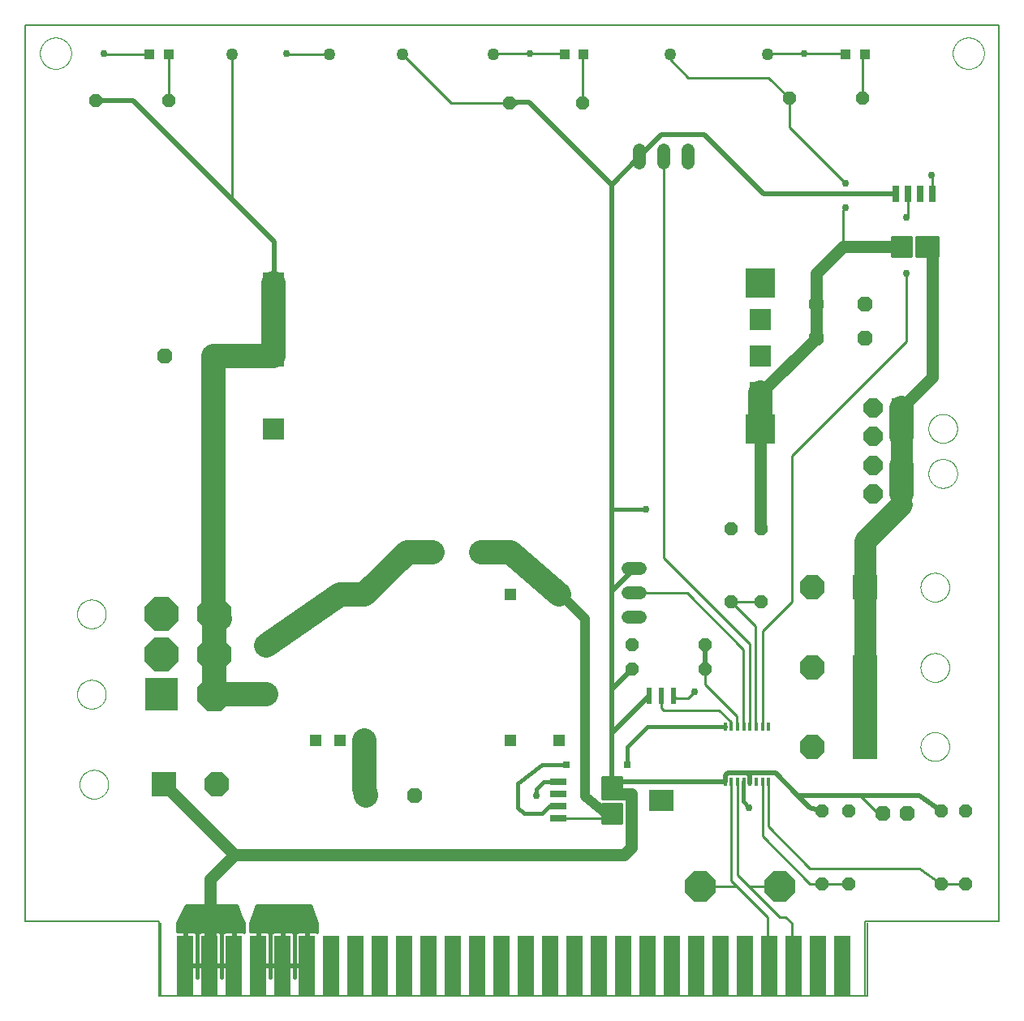
<source format=gtl>
G75*
%MOIN*%
%OFA0B0*%
%FSLAX25Y25*%
%IPPOS*%
%LPD*%
%AMOC8*
5,1,8,0,0,1.08239X$1,22.5*
%
%ADD10C,0.00600*%
%ADD11C,0.00000*%
%ADD12R,0.06500X0.25000*%
%ADD13C,0.00500*%
%ADD14OC8,0.13780*%
%ADD15R,0.13780X0.13780*%
%ADD16R,0.09000X0.09000*%
%ADD17R,0.12000X0.12000*%
%ADD18R,0.04331X0.04331*%
%ADD19OC8,0.05200*%
%ADD20C,0.05000*%
%ADD21R,0.05000X0.05000*%
%ADD22R,0.02559X0.06890*%
%ADD23R,0.06890X0.02559*%
%ADD24R,0.02008X0.07008*%
%ADD25R,0.10000X0.09016*%
%ADD26R,0.01378X0.03543*%
%ADD27OC8,0.10000*%
%ADD28R,0.10000X0.10000*%
%ADD29OC8,0.08000*%
%ADD30R,0.08000X0.08000*%
%ADD31C,0.05200*%
%ADD32OC8,0.06300*%
%ADD33OC8,0.12400*%
%ADD34C,0.10000*%
%ADD35C,0.02000*%
%ADD36C,0.01000*%
%ADD37C,0.02978*%
%ADD38C,0.01600*%
%ADD39C,0.05000*%
%ADD40C,0.03000*%
%ADD41C,0.04553*%
%ADD42C,0.09000*%
%ADD43C,0.04000*%
%ADD44R,0.02978X0.02978*%
D10*
X0002000Y0035709D02*
X0057118Y0035709D01*
X0057118Y0005000D01*
X0346882Y0005000D01*
X0346882Y0035709D01*
X0402000Y0035709D01*
X0402000Y0404000D01*
X0002000Y0404000D01*
X0002000Y0035709D01*
X0307000Y0020000D02*
X0307102Y0020102D01*
D11*
X0369834Y0107500D02*
X0369836Y0107653D01*
X0369842Y0107807D01*
X0369852Y0107960D01*
X0369866Y0108112D01*
X0369884Y0108265D01*
X0369906Y0108416D01*
X0369931Y0108567D01*
X0369961Y0108718D01*
X0369995Y0108868D01*
X0370032Y0109016D01*
X0370073Y0109164D01*
X0370118Y0109310D01*
X0370167Y0109456D01*
X0370220Y0109600D01*
X0370276Y0109742D01*
X0370336Y0109883D01*
X0370400Y0110023D01*
X0370467Y0110161D01*
X0370538Y0110297D01*
X0370613Y0110431D01*
X0370690Y0110563D01*
X0370772Y0110693D01*
X0370856Y0110821D01*
X0370944Y0110947D01*
X0371035Y0111070D01*
X0371129Y0111191D01*
X0371227Y0111309D01*
X0371327Y0111425D01*
X0371431Y0111538D01*
X0371537Y0111649D01*
X0371646Y0111757D01*
X0371758Y0111862D01*
X0371872Y0111963D01*
X0371990Y0112062D01*
X0372109Y0112158D01*
X0372231Y0112251D01*
X0372356Y0112340D01*
X0372483Y0112427D01*
X0372612Y0112509D01*
X0372743Y0112589D01*
X0372876Y0112665D01*
X0373011Y0112738D01*
X0373148Y0112807D01*
X0373287Y0112872D01*
X0373427Y0112934D01*
X0373569Y0112992D01*
X0373712Y0113047D01*
X0373857Y0113098D01*
X0374003Y0113145D01*
X0374150Y0113188D01*
X0374298Y0113227D01*
X0374447Y0113263D01*
X0374597Y0113294D01*
X0374748Y0113322D01*
X0374899Y0113346D01*
X0375052Y0113366D01*
X0375204Y0113382D01*
X0375357Y0113394D01*
X0375510Y0113402D01*
X0375663Y0113406D01*
X0375817Y0113406D01*
X0375970Y0113402D01*
X0376123Y0113394D01*
X0376276Y0113382D01*
X0376428Y0113366D01*
X0376581Y0113346D01*
X0376732Y0113322D01*
X0376883Y0113294D01*
X0377033Y0113263D01*
X0377182Y0113227D01*
X0377330Y0113188D01*
X0377477Y0113145D01*
X0377623Y0113098D01*
X0377768Y0113047D01*
X0377911Y0112992D01*
X0378053Y0112934D01*
X0378193Y0112872D01*
X0378332Y0112807D01*
X0378469Y0112738D01*
X0378604Y0112665D01*
X0378737Y0112589D01*
X0378868Y0112509D01*
X0378997Y0112427D01*
X0379124Y0112340D01*
X0379249Y0112251D01*
X0379371Y0112158D01*
X0379490Y0112062D01*
X0379608Y0111963D01*
X0379722Y0111862D01*
X0379834Y0111757D01*
X0379943Y0111649D01*
X0380049Y0111538D01*
X0380153Y0111425D01*
X0380253Y0111309D01*
X0380351Y0111191D01*
X0380445Y0111070D01*
X0380536Y0110947D01*
X0380624Y0110821D01*
X0380708Y0110693D01*
X0380790Y0110563D01*
X0380867Y0110431D01*
X0380942Y0110297D01*
X0381013Y0110161D01*
X0381080Y0110023D01*
X0381144Y0109883D01*
X0381204Y0109742D01*
X0381260Y0109600D01*
X0381313Y0109456D01*
X0381362Y0109310D01*
X0381407Y0109164D01*
X0381448Y0109016D01*
X0381485Y0108868D01*
X0381519Y0108718D01*
X0381549Y0108567D01*
X0381574Y0108416D01*
X0381596Y0108265D01*
X0381614Y0108112D01*
X0381628Y0107960D01*
X0381638Y0107807D01*
X0381644Y0107653D01*
X0381646Y0107500D01*
X0381644Y0107347D01*
X0381638Y0107193D01*
X0381628Y0107040D01*
X0381614Y0106888D01*
X0381596Y0106735D01*
X0381574Y0106584D01*
X0381549Y0106433D01*
X0381519Y0106282D01*
X0381485Y0106132D01*
X0381448Y0105984D01*
X0381407Y0105836D01*
X0381362Y0105690D01*
X0381313Y0105544D01*
X0381260Y0105400D01*
X0381204Y0105258D01*
X0381144Y0105117D01*
X0381080Y0104977D01*
X0381013Y0104839D01*
X0380942Y0104703D01*
X0380867Y0104569D01*
X0380790Y0104437D01*
X0380708Y0104307D01*
X0380624Y0104179D01*
X0380536Y0104053D01*
X0380445Y0103930D01*
X0380351Y0103809D01*
X0380253Y0103691D01*
X0380153Y0103575D01*
X0380049Y0103462D01*
X0379943Y0103351D01*
X0379834Y0103243D01*
X0379722Y0103138D01*
X0379608Y0103037D01*
X0379490Y0102938D01*
X0379371Y0102842D01*
X0379249Y0102749D01*
X0379124Y0102660D01*
X0378997Y0102573D01*
X0378868Y0102491D01*
X0378737Y0102411D01*
X0378604Y0102335D01*
X0378469Y0102262D01*
X0378332Y0102193D01*
X0378193Y0102128D01*
X0378053Y0102066D01*
X0377911Y0102008D01*
X0377768Y0101953D01*
X0377623Y0101902D01*
X0377477Y0101855D01*
X0377330Y0101812D01*
X0377182Y0101773D01*
X0377033Y0101737D01*
X0376883Y0101706D01*
X0376732Y0101678D01*
X0376581Y0101654D01*
X0376428Y0101634D01*
X0376276Y0101618D01*
X0376123Y0101606D01*
X0375970Y0101598D01*
X0375817Y0101594D01*
X0375663Y0101594D01*
X0375510Y0101598D01*
X0375357Y0101606D01*
X0375204Y0101618D01*
X0375052Y0101634D01*
X0374899Y0101654D01*
X0374748Y0101678D01*
X0374597Y0101706D01*
X0374447Y0101737D01*
X0374298Y0101773D01*
X0374150Y0101812D01*
X0374003Y0101855D01*
X0373857Y0101902D01*
X0373712Y0101953D01*
X0373569Y0102008D01*
X0373427Y0102066D01*
X0373287Y0102128D01*
X0373148Y0102193D01*
X0373011Y0102262D01*
X0372876Y0102335D01*
X0372743Y0102411D01*
X0372612Y0102491D01*
X0372483Y0102573D01*
X0372356Y0102660D01*
X0372231Y0102749D01*
X0372109Y0102842D01*
X0371990Y0102938D01*
X0371872Y0103037D01*
X0371758Y0103138D01*
X0371646Y0103243D01*
X0371537Y0103351D01*
X0371431Y0103462D01*
X0371327Y0103575D01*
X0371227Y0103691D01*
X0371129Y0103809D01*
X0371035Y0103930D01*
X0370944Y0104053D01*
X0370856Y0104179D01*
X0370772Y0104307D01*
X0370690Y0104437D01*
X0370613Y0104569D01*
X0370538Y0104703D01*
X0370467Y0104839D01*
X0370400Y0104977D01*
X0370336Y0105117D01*
X0370276Y0105258D01*
X0370220Y0105400D01*
X0370167Y0105544D01*
X0370118Y0105690D01*
X0370073Y0105836D01*
X0370032Y0105984D01*
X0369995Y0106132D01*
X0369961Y0106282D01*
X0369931Y0106433D01*
X0369906Y0106584D01*
X0369884Y0106735D01*
X0369866Y0106888D01*
X0369852Y0107040D01*
X0369842Y0107193D01*
X0369836Y0107347D01*
X0369834Y0107500D01*
X0369834Y0140000D02*
X0369836Y0140153D01*
X0369842Y0140307D01*
X0369852Y0140460D01*
X0369866Y0140612D01*
X0369884Y0140765D01*
X0369906Y0140916D01*
X0369931Y0141067D01*
X0369961Y0141218D01*
X0369995Y0141368D01*
X0370032Y0141516D01*
X0370073Y0141664D01*
X0370118Y0141810D01*
X0370167Y0141956D01*
X0370220Y0142100D01*
X0370276Y0142242D01*
X0370336Y0142383D01*
X0370400Y0142523D01*
X0370467Y0142661D01*
X0370538Y0142797D01*
X0370613Y0142931D01*
X0370690Y0143063D01*
X0370772Y0143193D01*
X0370856Y0143321D01*
X0370944Y0143447D01*
X0371035Y0143570D01*
X0371129Y0143691D01*
X0371227Y0143809D01*
X0371327Y0143925D01*
X0371431Y0144038D01*
X0371537Y0144149D01*
X0371646Y0144257D01*
X0371758Y0144362D01*
X0371872Y0144463D01*
X0371990Y0144562D01*
X0372109Y0144658D01*
X0372231Y0144751D01*
X0372356Y0144840D01*
X0372483Y0144927D01*
X0372612Y0145009D01*
X0372743Y0145089D01*
X0372876Y0145165D01*
X0373011Y0145238D01*
X0373148Y0145307D01*
X0373287Y0145372D01*
X0373427Y0145434D01*
X0373569Y0145492D01*
X0373712Y0145547D01*
X0373857Y0145598D01*
X0374003Y0145645D01*
X0374150Y0145688D01*
X0374298Y0145727D01*
X0374447Y0145763D01*
X0374597Y0145794D01*
X0374748Y0145822D01*
X0374899Y0145846D01*
X0375052Y0145866D01*
X0375204Y0145882D01*
X0375357Y0145894D01*
X0375510Y0145902D01*
X0375663Y0145906D01*
X0375817Y0145906D01*
X0375970Y0145902D01*
X0376123Y0145894D01*
X0376276Y0145882D01*
X0376428Y0145866D01*
X0376581Y0145846D01*
X0376732Y0145822D01*
X0376883Y0145794D01*
X0377033Y0145763D01*
X0377182Y0145727D01*
X0377330Y0145688D01*
X0377477Y0145645D01*
X0377623Y0145598D01*
X0377768Y0145547D01*
X0377911Y0145492D01*
X0378053Y0145434D01*
X0378193Y0145372D01*
X0378332Y0145307D01*
X0378469Y0145238D01*
X0378604Y0145165D01*
X0378737Y0145089D01*
X0378868Y0145009D01*
X0378997Y0144927D01*
X0379124Y0144840D01*
X0379249Y0144751D01*
X0379371Y0144658D01*
X0379490Y0144562D01*
X0379608Y0144463D01*
X0379722Y0144362D01*
X0379834Y0144257D01*
X0379943Y0144149D01*
X0380049Y0144038D01*
X0380153Y0143925D01*
X0380253Y0143809D01*
X0380351Y0143691D01*
X0380445Y0143570D01*
X0380536Y0143447D01*
X0380624Y0143321D01*
X0380708Y0143193D01*
X0380790Y0143063D01*
X0380867Y0142931D01*
X0380942Y0142797D01*
X0381013Y0142661D01*
X0381080Y0142523D01*
X0381144Y0142383D01*
X0381204Y0142242D01*
X0381260Y0142100D01*
X0381313Y0141956D01*
X0381362Y0141810D01*
X0381407Y0141664D01*
X0381448Y0141516D01*
X0381485Y0141368D01*
X0381519Y0141218D01*
X0381549Y0141067D01*
X0381574Y0140916D01*
X0381596Y0140765D01*
X0381614Y0140612D01*
X0381628Y0140460D01*
X0381638Y0140307D01*
X0381644Y0140153D01*
X0381646Y0140000D01*
X0381644Y0139847D01*
X0381638Y0139693D01*
X0381628Y0139540D01*
X0381614Y0139388D01*
X0381596Y0139235D01*
X0381574Y0139084D01*
X0381549Y0138933D01*
X0381519Y0138782D01*
X0381485Y0138632D01*
X0381448Y0138484D01*
X0381407Y0138336D01*
X0381362Y0138190D01*
X0381313Y0138044D01*
X0381260Y0137900D01*
X0381204Y0137758D01*
X0381144Y0137617D01*
X0381080Y0137477D01*
X0381013Y0137339D01*
X0380942Y0137203D01*
X0380867Y0137069D01*
X0380790Y0136937D01*
X0380708Y0136807D01*
X0380624Y0136679D01*
X0380536Y0136553D01*
X0380445Y0136430D01*
X0380351Y0136309D01*
X0380253Y0136191D01*
X0380153Y0136075D01*
X0380049Y0135962D01*
X0379943Y0135851D01*
X0379834Y0135743D01*
X0379722Y0135638D01*
X0379608Y0135537D01*
X0379490Y0135438D01*
X0379371Y0135342D01*
X0379249Y0135249D01*
X0379124Y0135160D01*
X0378997Y0135073D01*
X0378868Y0134991D01*
X0378737Y0134911D01*
X0378604Y0134835D01*
X0378469Y0134762D01*
X0378332Y0134693D01*
X0378193Y0134628D01*
X0378053Y0134566D01*
X0377911Y0134508D01*
X0377768Y0134453D01*
X0377623Y0134402D01*
X0377477Y0134355D01*
X0377330Y0134312D01*
X0377182Y0134273D01*
X0377033Y0134237D01*
X0376883Y0134206D01*
X0376732Y0134178D01*
X0376581Y0134154D01*
X0376428Y0134134D01*
X0376276Y0134118D01*
X0376123Y0134106D01*
X0375970Y0134098D01*
X0375817Y0134094D01*
X0375663Y0134094D01*
X0375510Y0134098D01*
X0375357Y0134106D01*
X0375204Y0134118D01*
X0375052Y0134134D01*
X0374899Y0134154D01*
X0374748Y0134178D01*
X0374597Y0134206D01*
X0374447Y0134237D01*
X0374298Y0134273D01*
X0374150Y0134312D01*
X0374003Y0134355D01*
X0373857Y0134402D01*
X0373712Y0134453D01*
X0373569Y0134508D01*
X0373427Y0134566D01*
X0373287Y0134628D01*
X0373148Y0134693D01*
X0373011Y0134762D01*
X0372876Y0134835D01*
X0372743Y0134911D01*
X0372612Y0134991D01*
X0372483Y0135073D01*
X0372356Y0135160D01*
X0372231Y0135249D01*
X0372109Y0135342D01*
X0371990Y0135438D01*
X0371872Y0135537D01*
X0371758Y0135638D01*
X0371646Y0135743D01*
X0371537Y0135851D01*
X0371431Y0135962D01*
X0371327Y0136075D01*
X0371227Y0136191D01*
X0371129Y0136309D01*
X0371035Y0136430D01*
X0370944Y0136553D01*
X0370856Y0136679D01*
X0370772Y0136807D01*
X0370690Y0136937D01*
X0370613Y0137069D01*
X0370538Y0137203D01*
X0370467Y0137339D01*
X0370400Y0137477D01*
X0370336Y0137617D01*
X0370276Y0137758D01*
X0370220Y0137900D01*
X0370167Y0138044D01*
X0370118Y0138190D01*
X0370073Y0138336D01*
X0370032Y0138484D01*
X0369995Y0138632D01*
X0369961Y0138782D01*
X0369931Y0138933D01*
X0369906Y0139084D01*
X0369884Y0139235D01*
X0369866Y0139388D01*
X0369852Y0139540D01*
X0369842Y0139693D01*
X0369836Y0139847D01*
X0369834Y0140000D01*
X0369834Y0173000D02*
X0369836Y0173153D01*
X0369842Y0173307D01*
X0369852Y0173460D01*
X0369866Y0173612D01*
X0369884Y0173765D01*
X0369906Y0173916D01*
X0369931Y0174067D01*
X0369961Y0174218D01*
X0369995Y0174368D01*
X0370032Y0174516D01*
X0370073Y0174664D01*
X0370118Y0174810D01*
X0370167Y0174956D01*
X0370220Y0175100D01*
X0370276Y0175242D01*
X0370336Y0175383D01*
X0370400Y0175523D01*
X0370467Y0175661D01*
X0370538Y0175797D01*
X0370613Y0175931D01*
X0370690Y0176063D01*
X0370772Y0176193D01*
X0370856Y0176321D01*
X0370944Y0176447D01*
X0371035Y0176570D01*
X0371129Y0176691D01*
X0371227Y0176809D01*
X0371327Y0176925D01*
X0371431Y0177038D01*
X0371537Y0177149D01*
X0371646Y0177257D01*
X0371758Y0177362D01*
X0371872Y0177463D01*
X0371990Y0177562D01*
X0372109Y0177658D01*
X0372231Y0177751D01*
X0372356Y0177840D01*
X0372483Y0177927D01*
X0372612Y0178009D01*
X0372743Y0178089D01*
X0372876Y0178165D01*
X0373011Y0178238D01*
X0373148Y0178307D01*
X0373287Y0178372D01*
X0373427Y0178434D01*
X0373569Y0178492D01*
X0373712Y0178547D01*
X0373857Y0178598D01*
X0374003Y0178645D01*
X0374150Y0178688D01*
X0374298Y0178727D01*
X0374447Y0178763D01*
X0374597Y0178794D01*
X0374748Y0178822D01*
X0374899Y0178846D01*
X0375052Y0178866D01*
X0375204Y0178882D01*
X0375357Y0178894D01*
X0375510Y0178902D01*
X0375663Y0178906D01*
X0375817Y0178906D01*
X0375970Y0178902D01*
X0376123Y0178894D01*
X0376276Y0178882D01*
X0376428Y0178866D01*
X0376581Y0178846D01*
X0376732Y0178822D01*
X0376883Y0178794D01*
X0377033Y0178763D01*
X0377182Y0178727D01*
X0377330Y0178688D01*
X0377477Y0178645D01*
X0377623Y0178598D01*
X0377768Y0178547D01*
X0377911Y0178492D01*
X0378053Y0178434D01*
X0378193Y0178372D01*
X0378332Y0178307D01*
X0378469Y0178238D01*
X0378604Y0178165D01*
X0378737Y0178089D01*
X0378868Y0178009D01*
X0378997Y0177927D01*
X0379124Y0177840D01*
X0379249Y0177751D01*
X0379371Y0177658D01*
X0379490Y0177562D01*
X0379608Y0177463D01*
X0379722Y0177362D01*
X0379834Y0177257D01*
X0379943Y0177149D01*
X0380049Y0177038D01*
X0380153Y0176925D01*
X0380253Y0176809D01*
X0380351Y0176691D01*
X0380445Y0176570D01*
X0380536Y0176447D01*
X0380624Y0176321D01*
X0380708Y0176193D01*
X0380790Y0176063D01*
X0380867Y0175931D01*
X0380942Y0175797D01*
X0381013Y0175661D01*
X0381080Y0175523D01*
X0381144Y0175383D01*
X0381204Y0175242D01*
X0381260Y0175100D01*
X0381313Y0174956D01*
X0381362Y0174810D01*
X0381407Y0174664D01*
X0381448Y0174516D01*
X0381485Y0174368D01*
X0381519Y0174218D01*
X0381549Y0174067D01*
X0381574Y0173916D01*
X0381596Y0173765D01*
X0381614Y0173612D01*
X0381628Y0173460D01*
X0381638Y0173307D01*
X0381644Y0173153D01*
X0381646Y0173000D01*
X0381644Y0172847D01*
X0381638Y0172693D01*
X0381628Y0172540D01*
X0381614Y0172388D01*
X0381596Y0172235D01*
X0381574Y0172084D01*
X0381549Y0171933D01*
X0381519Y0171782D01*
X0381485Y0171632D01*
X0381448Y0171484D01*
X0381407Y0171336D01*
X0381362Y0171190D01*
X0381313Y0171044D01*
X0381260Y0170900D01*
X0381204Y0170758D01*
X0381144Y0170617D01*
X0381080Y0170477D01*
X0381013Y0170339D01*
X0380942Y0170203D01*
X0380867Y0170069D01*
X0380790Y0169937D01*
X0380708Y0169807D01*
X0380624Y0169679D01*
X0380536Y0169553D01*
X0380445Y0169430D01*
X0380351Y0169309D01*
X0380253Y0169191D01*
X0380153Y0169075D01*
X0380049Y0168962D01*
X0379943Y0168851D01*
X0379834Y0168743D01*
X0379722Y0168638D01*
X0379608Y0168537D01*
X0379490Y0168438D01*
X0379371Y0168342D01*
X0379249Y0168249D01*
X0379124Y0168160D01*
X0378997Y0168073D01*
X0378868Y0167991D01*
X0378737Y0167911D01*
X0378604Y0167835D01*
X0378469Y0167762D01*
X0378332Y0167693D01*
X0378193Y0167628D01*
X0378053Y0167566D01*
X0377911Y0167508D01*
X0377768Y0167453D01*
X0377623Y0167402D01*
X0377477Y0167355D01*
X0377330Y0167312D01*
X0377182Y0167273D01*
X0377033Y0167237D01*
X0376883Y0167206D01*
X0376732Y0167178D01*
X0376581Y0167154D01*
X0376428Y0167134D01*
X0376276Y0167118D01*
X0376123Y0167106D01*
X0375970Y0167098D01*
X0375817Y0167094D01*
X0375663Y0167094D01*
X0375510Y0167098D01*
X0375357Y0167106D01*
X0375204Y0167118D01*
X0375052Y0167134D01*
X0374899Y0167154D01*
X0374748Y0167178D01*
X0374597Y0167206D01*
X0374447Y0167237D01*
X0374298Y0167273D01*
X0374150Y0167312D01*
X0374003Y0167355D01*
X0373857Y0167402D01*
X0373712Y0167453D01*
X0373569Y0167508D01*
X0373427Y0167566D01*
X0373287Y0167628D01*
X0373148Y0167693D01*
X0373011Y0167762D01*
X0372876Y0167835D01*
X0372743Y0167911D01*
X0372612Y0167991D01*
X0372483Y0168073D01*
X0372356Y0168160D01*
X0372231Y0168249D01*
X0372109Y0168342D01*
X0371990Y0168438D01*
X0371872Y0168537D01*
X0371758Y0168638D01*
X0371646Y0168743D01*
X0371537Y0168851D01*
X0371431Y0168962D01*
X0371327Y0169075D01*
X0371227Y0169191D01*
X0371129Y0169309D01*
X0371035Y0169430D01*
X0370944Y0169553D01*
X0370856Y0169679D01*
X0370772Y0169807D01*
X0370690Y0169937D01*
X0370613Y0170069D01*
X0370538Y0170203D01*
X0370467Y0170339D01*
X0370400Y0170477D01*
X0370336Y0170617D01*
X0370276Y0170758D01*
X0370220Y0170900D01*
X0370167Y0171044D01*
X0370118Y0171190D01*
X0370073Y0171336D01*
X0370032Y0171484D01*
X0369995Y0171632D01*
X0369961Y0171782D01*
X0369931Y0171933D01*
X0369906Y0172084D01*
X0369884Y0172235D01*
X0369866Y0172388D01*
X0369852Y0172540D01*
X0369842Y0172693D01*
X0369836Y0172847D01*
X0369834Y0173000D01*
X0373102Y0219748D02*
X0373104Y0219901D01*
X0373110Y0220055D01*
X0373120Y0220208D01*
X0373134Y0220360D01*
X0373152Y0220513D01*
X0373174Y0220664D01*
X0373199Y0220815D01*
X0373229Y0220966D01*
X0373263Y0221116D01*
X0373300Y0221264D01*
X0373341Y0221412D01*
X0373386Y0221558D01*
X0373435Y0221704D01*
X0373488Y0221848D01*
X0373544Y0221990D01*
X0373604Y0222131D01*
X0373668Y0222271D01*
X0373735Y0222409D01*
X0373806Y0222545D01*
X0373881Y0222679D01*
X0373958Y0222811D01*
X0374040Y0222941D01*
X0374124Y0223069D01*
X0374212Y0223195D01*
X0374303Y0223318D01*
X0374397Y0223439D01*
X0374495Y0223557D01*
X0374595Y0223673D01*
X0374699Y0223786D01*
X0374805Y0223897D01*
X0374914Y0224005D01*
X0375026Y0224110D01*
X0375140Y0224211D01*
X0375258Y0224310D01*
X0375377Y0224406D01*
X0375499Y0224499D01*
X0375624Y0224588D01*
X0375751Y0224675D01*
X0375880Y0224757D01*
X0376011Y0224837D01*
X0376144Y0224913D01*
X0376279Y0224986D01*
X0376416Y0225055D01*
X0376555Y0225120D01*
X0376695Y0225182D01*
X0376837Y0225240D01*
X0376980Y0225295D01*
X0377125Y0225346D01*
X0377271Y0225393D01*
X0377418Y0225436D01*
X0377566Y0225475D01*
X0377715Y0225511D01*
X0377865Y0225542D01*
X0378016Y0225570D01*
X0378167Y0225594D01*
X0378320Y0225614D01*
X0378472Y0225630D01*
X0378625Y0225642D01*
X0378778Y0225650D01*
X0378931Y0225654D01*
X0379085Y0225654D01*
X0379238Y0225650D01*
X0379391Y0225642D01*
X0379544Y0225630D01*
X0379696Y0225614D01*
X0379849Y0225594D01*
X0380000Y0225570D01*
X0380151Y0225542D01*
X0380301Y0225511D01*
X0380450Y0225475D01*
X0380598Y0225436D01*
X0380745Y0225393D01*
X0380891Y0225346D01*
X0381036Y0225295D01*
X0381179Y0225240D01*
X0381321Y0225182D01*
X0381461Y0225120D01*
X0381600Y0225055D01*
X0381737Y0224986D01*
X0381872Y0224913D01*
X0382005Y0224837D01*
X0382136Y0224757D01*
X0382265Y0224675D01*
X0382392Y0224588D01*
X0382517Y0224499D01*
X0382639Y0224406D01*
X0382758Y0224310D01*
X0382876Y0224211D01*
X0382990Y0224110D01*
X0383102Y0224005D01*
X0383211Y0223897D01*
X0383317Y0223786D01*
X0383421Y0223673D01*
X0383521Y0223557D01*
X0383619Y0223439D01*
X0383713Y0223318D01*
X0383804Y0223195D01*
X0383892Y0223069D01*
X0383976Y0222941D01*
X0384058Y0222811D01*
X0384135Y0222679D01*
X0384210Y0222545D01*
X0384281Y0222409D01*
X0384348Y0222271D01*
X0384412Y0222131D01*
X0384472Y0221990D01*
X0384528Y0221848D01*
X0384581Y0221704D01*
X0384630Y0221558D01*
X0384675Y0221412D01*
X0384716Y0221264D01*
X0384753Y0221116D01*
X0384787Y0220966D01*
X0384817Y0220815D01*
X0384842Y0220664D01*
X0384864Y0220513D01*
X0384882Y0220360D01*
X0384896Y0220208D01*
X0384906Y0220055D01*
X0384912Y0219901D01*
X0384914Y0219748D01*
X0384912Y0219595D01*
X0384906Y0219441D01*
X0384896Y0219288D01*
X0384882Y0219136D01*
X0384864Y0218983D01*
X0384842Y0218832D01*
X0384817Y0218681D01*
X0384787Y0218530D01*
X0384753Y0218380D01*
X0384716Y0218232D01*
X0384675Y0218084D01*
X0384630Y0217938D01*
X0384581Y0217792D01*
X0384528Y0217648D01*
X0384472Y0217506D01*
X0384412Y0217365D01*
X0384348Y0217225D01*
X0384281Y0217087D01*
X0384210Y0216951D01*
X0384135Y0216817D01*
X0384058Y0216685D01*
X0383976Y0216555D01*
X0383892Y0216427D01*
X0383804Y0216301D01*
X0383713Y0216178D01*
X0383619Y0216057D01*
X0383521Y0215939D01*
X0383421Y0215823D01*
X0383317Y0215710D01*
X0383211Y0215599D01*
X0383102Y0215491D01*
X0382990Y0215386D01*
X0382876Y0215285D01*
X0382758Y0215186D01*
X0382639Y0215090D01*
X0382517Y0214997D01*
X0382392Y0214908D01*
X0382265Y0214821D01*
X0382136Y0214739D01*
X0382005Y0214659D01*
X0381872Y0214583D01*
X0381737Y0214510D01*
X0381600Y0214441D01*
X0381461Y0214376D01*
X0381321Y0214314D01*
X0381179Y0214256D01*
X0381036Y0214201D01*
X0380891Y0214150D01*
X0380745Y0214103D01*
X0380598Y0214060D01*
X0380450Y0214021D01*
X0380301Y0213985D01*
X0380151Y0213954D01*
X0380000Y0213926D01*
X0379849Y0213902D01*
X0379696Y0213882D01*
X0379544Y0213866D01*
X0379391Y0213854D01*
X0379238Y0213846D01*
X0379085Y0213842D01*
X0378931Y0213842D01*
X0378778Y0213846D01*
X0378625Y0213854D01*
X0378472Y0213866D01*
X0378320Y0213882D01*
X0378167Y0213902D01*
X0378016Y0213926D01*
X0377865Y0213954D01*
X0377715Y0213985D01*
X0377566Y0214021D01*
X0377418Y0214060D01*
X0377271Y0214103D01*
X0377125Y0214150D01*
X0376980Y0214201D01*
X0376837Y0214256D01*
X0376695Y0214314D01*
X0376555Y0214376D01*
X0376416Y0214441D01*
X0376279Y0214510D01*
X0376144Y0214583D01*
X0376011Y0214659D01*
X0375880Y0214739D01*
X0375751Y0214821D01*
X0375624Y0214908D01*
X0375499Y0214997D01*
X0375377Y0215090D01*
X0375258Y0215186D01*
X0375140Y0215285D01*
X0375026Y0215386D01*
X0374914Y0215491D01*
X0374805Y0215599D01*
X0374699Y0215710D01*
X0374595Y0215823D01*
X0374495Y0215939D01*
X0374397Y0216057D01*
X0374303Y0216178D01*
X0374212Y0216301D01*
X0374124Y0216427D01*
X0374040Y0216555D01*
X0373958Y0216685D01*
X0373881Y0216817D01*
X0373806Y0216951D01*
X0373735Y0217087D01*
X0373668Y0217225D01*
X0373604Y0217365D01*
X0373544Y0217506D01*
X0373488Y0217648D01*
X0373435Y0217792D01*
X0373386Y0217938D01*
X0373341Y0218084D01*
X0373300Y0218232D01*
X0373263Y0218380D01*
X0373229Y0218530D01*
X0373199Y0218681D01*
X0373174Y0218832D01*
X0373152Y0218983D01*
X0373134Y0219136D01*
X0373120Y0219288D01*
X0373110Y0219441D01*
X0373104Y0219595D01*
X0373102Y0219748D01*
X0373102Y0238252D02*
X0373104Y0238405D01*
X0373110Y0238559D01*
X0373120Y0238712D01*
X0373134Y0238864D01*
X0373152Y0239017D01*
X0373174Y0239168D01*
X0373199Y0239319D01*
X0373229Y0239470D01*
X0373263Y0239620D01*
X0373300Y0239768D01*
X0373341Y0239916D01*
X0373386Y0240062D01*
X0373435Y0240208D01*
X0373488Y0240352D01*
X0373544Y0240494D01*
X0373604Y0240635D01*
X0373668Y0240775D01*
X0373735Y0240913D01*
X0373806Y0241049D01*
X0373881Y0241183D01*
X0373958Y0241315D01*
X0374040Y0241445D01*
X0374124Y0241573D01*
X0374212Y0241699D01*
X0374303Y0241822D01*
X0374397Y0241943D01*
X0374495Y0242061D01*
X0374595Y0242177D01*
X0374699Y0242290D01*
X0374805Y0242401D01*
X0374914Y0242509D01*
X0375026Y0242614D01*
X0375140Y0242715D01*
X0375258Y0242814D01*
X0375377Y0242910D01*
X0375499Y0243003D01*
X0375624Y0243092D01*
X0375751Y0243179D01*
X0375880Y0243261D01*
X0376011Y0243341D01*
X0376144Y0243417D01*
X0376279Y0243490D01*
X0376416Y0243559D01*
X0376555Y0243624D01*
X0376695Y0243686D01*
X0376837Y0243744D01*
X0376980Y0243799D01*
X0377125Y0243850D01*
X0377271Y0243897D01*
X0377418Y0243940D01*
X0377566Y0243979D01*
X0377715Y0244015D01*
X0377865Y0244046D01*
X0378016Y0244074D01*
X0378167Y0244098D01*
X0378320Y0244118D01*
X0378472Y0244134D01*
X0378625Y0244146D01*
X0378778Y0244154D01*
X0378931Y0244158D01*
X0379085Y0244158D01*
X0379238Y0244154D01*
X0379391Y0244146D01*
X0379544Y0244134D01*
X0379696Y0244118D01*
X0379849Y0244098D01*
X0380000Y0244074D01*
X0380151Y0244046D01*
X0380301Y0244015D01*
X0380450Y0243979D01*
X0380598Y0243940D01*
X0380745Y0243897D01*
X0380891Y0243850D01*
X0381036Y0243799D01*
X0381179Y0243744D01*
X0381321Y0243686D01*
X0381461Y0243624D01*
X0381600Y0243559D01*
X0381737Y0243490D01*
X0381872Y0243417D01*
X0382005Y0243341D01*
X0382136Y0243261D01*
X0382265Y0243179D01*
X0382392Y0243092D01*
X0382517Y0243003D01*
X0382639Y0242910D01*
X0382758Y0242814D01*
X0382876Y0242715D01*
X0382990Y0242614D01*
X0383102Y0242509D01*
X0383211Y0242401D01*
X0383317Y0242290D01*
X0383421Y0242177D01*
X0383521Y0242061D01*
X0383619Y0241943D01*
X0383713Y0241822D01*
X0383804Y0241699D01*
X0383892Y0241573D01*
X0383976Y0241445D01*
X0384058Y0241315D01*
X0384135Y0241183D01*
X0384210Y0241049D01*
X0384281Y0240913D01*
X0384348Y0240775D01*
X0384412Y0240635D01*
X0384472Y0240494D01*
X0384528Y0240352D01*
X0384581Y0240208D01*
X0384630Y0240062D01*
X0384675Y0239916D01*
X0384716Y0239768D01*
X0384753Y0239620D01*
X0384787Y0239470D01*
X0384817Y0239319D01*
X0384842Y0239168D01*
X0384864Y0239017D01*
X0384882Y0238864D01*
X0384896Y0238712D01*
X0384906Y0238559D01*
X0384912Y0238405D01*
X0384914Y0238252D01*
X0384912Y0238099D01*
X0384906Y0237945D01*
X0384896Y0237792D01*
X0384882Y0237640D01*
X0384864Y0237487D01*
X0384842Y0237336D01*
X0384817Y0237185D01*
X0384787Y0237034D01*
X0384753Y0236884D01*
X0384716Y0236736D01*
X0384675Y0236588D01*
X0384630Y0236442D01*
X0384581Y0236296D01*
X0384528Y0236152D01*
X0384472Y0236010D01*
X0384412Y0235869D01*
X0384348Y0235729D01*
X0384281Y0235591D01*
X0384210Y0235455D01*
X0384135Y0235321D01*
X0384058Y0235189D01*
X0383976Y0235059D01*
X0383892Y0234931D01*
X0383804Y0234805D01*
X0383713Y0234682D01*
X0383619Y0234561D01*
X0383521Y0234443D01*
X0383421Y0234327D01*
X0383317Y0234214D01*
X0383211Y0234103D01*
X0383102Y0233995D01*
X0382990Y0233890D01*
X0382876Y0233789D01*
X0382758Y0233690D01*
X0382639Y0233594D01*
X0382517Y0233501D01*
X0382392Y0233412D01*
X0382265Y0233325D01*
X0382136Y0233243D01*
X0382005Y0233163D01*
X0381872Y0233087D01*
X0381737Y0233014D01*
X0381600Y0232945D01*
X0381461Y0232880D01*
X0381321Y0232818D01*
X0381179Y0232760D01*
X0381036Y0232705D01*
X0380891Y0232654D01*
X0380745Y0232607D01*
X0380598Y0232564D01*
X0380450Y0232525D01*
X0380301Y0232489D01*
X0380151Y0232458D01*
X0380000Y0232430D01*
X0379849Y0232406D01*
X0379696Y0232386D01*
X0379544Y0232370D01*
X0379391Y0232358D01*
X0379238Y0232350D01*
X0379085Y0232346D01*
X0378931Y0232346D01*
X0378778Y0232350D01*
X0378625Y0232358D01*
X0378472Y0232370D01*
X0378320Y0232386D01*
X0378167Y0232406D01*
X0378016Y0232430D01*
X0377865Y0232458D01*
X0377715Y0232489D01*
X0377566Y0232525D01*
X0377418Y0232564D01*
X0377271Y0232607D01*
X0377125Y0232654D01*
X0376980Y0232705D01*
X0376837Y0232760D01*
X0376695Y0232818D01*
X0376555Y0232880D01*
X0376416Y0232945D01*
X0376279Y0233014D01*
X0376144Y0233087D01*
X0376011Y0233163D01*
X0375880Y0233243D01*
X0375751Y0233325D01*
X0375624Y0233412D01*
X0375499Y0233501D01*
X0375377Y0233594D01*
X0375258Y0233690D01*
X0375140Y0233789D01*
X0375026Y0233890D01*
X0374914Y0233995D01*
X0374805Y0234103D01*
X0374699Y0234214D01*
X0374595Y0234327D01*
X0374495Y0234443D01*
X0374397Y0234561D01*
X0374303Y0234682D01*
X0374212Y0234805D01*
X0374124Y0234931D01*
X0374040Y0235059D01*
X0373958Y0235189D01*
X0373881Y0235321D01*
X0373806Y0235455D01*
X0373735Y0235591D01*
X0373668Y0235729D01*
X0373604Y0235869D01*
X0373544Y0236010D01*
X0373488Y0236152D01*
X0373435Y0236296D01*
X0373386Y0236442D01*
X0373341Y0236588D01*
X0373300Y0236736D01*
X0373263Y0236884D01*
X0373229Y0237034D01*
X0373199Y0237185D01*
X0373174Y0237336D01*
X0373152Y0237487D01*
X0373134Y0237640D01*
X0373120Y0237792D01*
X0373110Y0237945D01*
X0373104Y0238099D01*
X0373102Y0238252D01*
X0383075Y0392500D02*
X0383077Y0392660D01*
X0383083Y0392820D01*
X0383093Y0392980D01*
X0383107Y0393140D01*
X0383125Y0393299D01*
X0383147Y0393458D01*
X0383173Y0393616D01*
X0383202Y0393773D01*
X0383236Y0393930D01*
X0383274Y0394085D01*
X0383315Y0394240D01*
X0383360Y0394394D01*
X0383410Y0394546D01*
X0383462Y0394697D01*
X0383519Y0394847D01*
X0383580Y0394996D01*
X0383644Y0395143D01*
X0383711Y0395288D01*
X0383783Y0395431D01*
X0383857Y0395573D01*
X0383936Y0395713D01*
X0384018Y0395850D01*
X0384103Y0395986D01*
X0384191Y0396119D01*
X0384283Y0396251D01*
X0384378Y0396379D01*
X0384477Y0396506D01*
X0384578Y0396630D01*
X0384683Y0396751D01*
X0384790Y0396870D01*
X0384901Y0396986D01*
X0385014Y0397099D01*
X0385130Y0397210D01*
X0385249Y0397317D01*
X0385370Y0397422D01*
X0385494Y0397523D01*
X0385621Y0397622D01*
X0385749Y0397717D01*
X0385881Y0397809D01*
X0386014Y0397897D01*
X0386150Y0397982D01*
X0386288Y0398064D01*
X0386427Y0398143D01*
X0386569Y0398217D01*
X0386712Y0398289D01*
X0386857Y0398356D01*
X0387004Y0398420D01*
X0387153Y0398481D01*
X0387303Y0398538D01*
X0387454Y0398590D01*
X0387606Y0398640D01*
X0387760Y0398685D01*
X0387915Y0398726D01*
X0388070Y0398764D01*
X0388227Y0398798D01*
X0388384Y0398827D01*
X0388542Y0398853D01*
X0388701Y0398875D01*
X0388860Y0398893D01*
X0389020Y0398907D01*
X0389180Y0398917D01*
X0389340Y0398923D01*
X0389500Y0398925D01*
X0389660Y0398923D01*
X0389820Y0398917D01*
X0389980Y0398907D01*
X0390140Y0398893D01*
X0390299Y0398875D01*
X0390458Y0398853D01*
X0390616Y0398827D01*
X0390773Y0398798D01*
X0390930Y0398764D01*
X0391085Y0398726D01*
X0391240Y0398685D01*
X0391394Y0398640D01*
X0391546Y0398590D01*
X0391697Y0398538D01*
X0391847Y0398481D01*
X0391996Y0398420D01*
X0392143Y0398356D01*
X0392288Y0398289D01*
X0392431Y0398217D01*
X0392573Y0398143D01*
X0392713Y0398064D01*
X0392850Y0397982D01*
X0392986Y0397897D01*
X0393119Y0397809D01*
X0393251Y0397717D01*
X0393379Y0397622D01*
X0393506Y0397523D01*
X0393630Y0397422D01*
X0393751Y0397317D01*
X0393870Y0397210D01*
X0393986Y0397099D01*
X0394099Y0396986D01*
X0394210Y0396870D01*
X0394317Y0396751D01*
X0394422Y0396630D01*
X0394523Y0396506D01*
X0394622Y0396379D01*
X0394717Y0396251D01*
X0394809Y0396119D01*
X0394897Y0395986D01*
X0394982Y0395850D01*
X0395064Y0395712D01*
X0395143Y0395573D01*
X0395217Y0395431D01*
X0395289Y0395288D01*
X0395356Y0395143D01*
X0395420Y0394996D01*
X0395481Y0394847D01*
X0395538Y0394697D01*
X0395590Y0394546D01*
X0395640Y0394394D01*
X0395685Y0394240D01*
X0395726Y0394085D01*
X0395764Y0393930D01*
X0395798Y0393773D01*
X0395827Y0393616D01*
X0395853Y0393458D01*
X0395875Y0393299D01*
X0395893Y0393140D01*
X0395907Y0392980D01*
X0395917Y0392820D01*
X0395923Y0392660D01*
X0395925Y0392500D01*
X0395923Y0392340D01*
X0395917Y0392180D01*
X0395907Y0392020D01*
X0395893Y0391860D01*
X0395875Y0391701D01*
X0395853Y0391542D01*
X0395827Y0391384D01*
X0395798Y0391227D01*
X0395764Y0391070D01*
X0395726Y0390915D01*
X0395685Y0390760D01*
X0395640Y0390606D01*
X0395590Y0390454D01*
X0395538Y0390303D01*
X0395481Y0390153D01*
X0395420Y0390004D01*
X0395356Y0389857D01*
X0395289Y0389712D01*
X0395217Y0389569D01*
X0395143Y0389427D01*
X0395064Y0389287D01*
X0394982Y0389150D01*
X0394897Y0389014D01*
X0394809Y0388881D01*
X0394717Y0388749D01*
X0394622Y0388621D01*
X0394523Y0388494D01*
X0394422Y0388370D01*
X0394317Y0388249D01*
X0394210Y0388130D01*
X0394099Y0388014D01*
X0393986Y0387901D01*
X0393870Y0387790D01*
X0393751Y0387683D01*
X0393630Y0387578D01*
X0393506Y0387477D01*
X0393379Y0387378D01*
X0393251Y0387283D01*
X0393119Y0387191D01*
X0392986Y0387103D01*
X0392850Y0387018D01*
X0392712Y0386936D01*
X0392573Y0386857D01*
X0392431Y0386783D01*
X0392288Y0386711D01*
X0392143Y0386644D01*
X0391996Y0386580D01*
X0391847Y0386519D01*
X0391697Y0386462D01*
X0391546Y0386410D01*
X0391394Y0386360D01*
X0391240Y0386315D01*
X0391085Y0386274D01*
X0390930Y0386236D01*
X0390773Y0386202D01*
X0390616Y0386173D01*
X0390458Y0386147D01*
X0390299Y0386125D01*
X0390140Y0386107D01*
X0389980Y0386093D01*
X0389820Y0386083D01*
X0389660Y0386077D01*
X0389500Y0386075D01*
X0389340Y0386077D01*
X0389180Y0386083D01*
X0389020Y0386093D01*
X0388860Y0386107D01*
X0388701Y0386125D01*
X0388542Y0386147D01*
X0388384Y0386173D01*
X0388227Y0386202D01*
X0388070Y0386236D01*
X0387915Y0386274D01*
X0387760Y0386315D01*
X0387606Y0386360D01*
X0387454Y0386410D01*
X0387303Y0386462D01*
X0387153Y0386519D01*
X0387004Y0386580D01*
X0386857Y0386644D01*
X0386712Y0386711D01*
X0386569Y0386783D01*
X0386427Y0386857D01*
X0386287Y0386936D01*
X0386150Y0387018D01*
X0386014Y0387103D01*
X0385881Y0387191D01*
X0385749Y0387283D01*
X0385621Y0387378D01*
X0385494Y0387477D01*
X0385370Y0387578D01*
X0385249Y0387683D01*
X0385130Y0387790D01*
X0385014Y0387901D01*
X0384901Y0388014D01*
X0384790Y0388130D01*
X0384683Y0388249D01*
X0384578Y0388370D01*
X0384477Y0388494D01*
X0384378Y0388621D01*
X0384283Y0388749D01*
X0384191Y0388881D01*
X0384103Y0389014D01*
X0384018Y0389150D01*
X0383936Y0389288D01*
X0383857Y0389427D01*
X0383783Y0389569D01*
X0383711Y0389712D01*
X0383644Y0389857D01*
X0383580Y0390004D01*
X0383519Y0390153D01*
X0383462Y0390303D01*
X0383410Y0390454D01*
X0383360Y0390606D01*
X0383315Y0390760D01*
X0383274Y0390915D01*
X0383236Y0391070D01*
X0383202Y0391227D01*
X0383173Y0391384D01*
X0383147Y0391542D01*
X0383125Y0391701D01*
X0383107Y0391860D01*
X0383093Y0392020D01*
X0383083Y0392180D01*
X0383077Y0392340D01*
X0383075Y0392500D01*
X0023354Y0162002D02*
X0023356Y0162155D01*
X0023362Y0162309D01*
X0023372Y0162462D01*
X0023386Y0162614D01*
X0023404Y0162767D01*
X0023426Y0162918D01*
X0023451Y0163069D01*
X0023481Y0163220D01*
X0023515Y0163370D01*
X0023552Y0163518D01*
X0023593Y0163666D01*
X0023638Y0163812D01*
X0023687Y0163958D01*
X0023740Y0164102D01*
X0023796Y0164244D01*
X0023856Y0164385D01*
X0023920Y0164525D01*
X0023987Y0164663D01*
X0024058Y0164799D01*
X0024133Y0164933D01*
X0024210Y0165065D01*
X0024292Y0165195D01*
X0024376Y0165323D01*
X0024464Y0165449D01*
X0024555Y0165572D01*
X0024649Y0165693D01*
X0024747Y0165811D01*
X0024847Y0165927D01*
X0024951Y0166040D01*
X0025057Y0166151D01*
X0025166Y0166259D01*
X0025278Y0166364D01*
X0025392Y0166465D01*
X0025510Y0166564D01*
X0025629Y0166660D01*
X0025751Y0166753D01*
X0025876Y0166842D01*
X0026003Y0166929D01*
X0026132Y0167011D01*
X0026263Y0167091D01*
X0026396Y0167167D01*
X0026531Y0167240D01*
X0026668Y0167309D01*
X0026807Y0167374D01*
X0026947Y0167436D01*
X0027089Y0167494D01*
X0027232Y0167549D01*
X0027377Y0167600D01*
X0027523Y0167647D01*
X0027670Y0167690D01*
X0027818Y0167729D01*
X0027967Y0167765D01*
X0028117Y0167796D01*
X0028268Y0167824D01*
X0028419Y0167848D01*
X0028572Y0167868D01*
X0028724Y0167884D01*
X0028877Y0167896D01*
X0029030Y0167904D01*
X0029183Y0167908D01*
X0029337Y0167908D01*
X0029490Y0167904D01*
X0029643Y0167896D01*
X0029796Y0167884D01*
X0029948Y0167868D01*
X0030101Y0167848D01*
X0030252Y0167824D01*
X0030403Y0167796D01*
X0030553Y0167765D01*
X0030702Y0167729D01*
X0030850Y0167690D01*
X0030997Y0167647D01*
X0031143Y0167600D01*
X0031288Y0167549D01*
X0031431Y0167494D01*
X0031573Y0167436D01*
X0031713Y0167374D01*
X0031852Y0167309D01*
X0031989Y0167240D01*
X0032124Y0167167D01*
X0032257Y0167091D01*
X0032388Y0167011D01*
X0032517Y0166929D01*
X0032644Y0166842D01*
X0032769Y0166753D01*
X0032891Y0166660D01*
X0033010Y0166564D01*
X0033128Y0166465D01*
X0033242Y0166364D01*
X0033354Y0166259D01*
X0033463Y0166151D01*
X0033569Y0166040D01*
X0033673Y0165927D01*
X0033773Y0165811D01*
X0033871Y0165693D01*
X0033965Y0165572D01*
X0034056Y0165449D01*
X0034144Y0165323D01*
X0034228Y0165195D01*
X0034310Y0165065D01*
X0034387Y0164933D01*
X0034462Y0164799D01*
X0034533Y0164663D01*
X0034600Y0164525D01*
X0034664Y0164385D01*
X0034724Y0164244D01*
X0034780Y0164102D01*
X0034833Y0163958D01*
X0034882Y0163812D01*
X0034927Y0163666D01*
X0034968Y0163518D01*
X0035005Y0163370D01*
X0035039Y0163220D01*
X0035069Y0163069D01*
X0035094Y0162918D01*
X0035116Y0162767D01*
X0035134Y0162614D01*
X0035148Y0162462D01*
X0035158Y0162309D01*
X0035164Y0162155D01*
X0035166Y0162002D01*
X0035164Y0161849D01*
X0035158Y0161695D01*
X0035148Y0161542D01*
X0035134Y0161390D01*
X0035116Y0161237D01*
X0035094Y0161086D01*
X0035069Y0160935D01*
X0035039Y0160784D01*
X0035005Y0160634D01*
X0034968Y0160486D01*
X0034927Y0160338D01*
X0034882Y0160192D01*
X0034833Y0160046D01*
X0034780Y0159902D01*
X0034724Y0159760D01*
X0034664Y0159619D01*
X0034600Y0159479D01*
X0034533Y0159341D01*
X0034462Y0159205D01*
X0034387Y0159071D01*
X0034310Y0158939D01*
X0034228Y0158809D01*
X0034144Y0158681D01*
X0034056Y0158555D01*
X0033965Y0158432D01*
X0033871Y0158311D01*
X0033773Y0158193D01*
X0033673Y0158077D01*
X0033569Y0157964D01*
X0033463Y0157853D01*
X0033354Y0157745D01*
X0033242Y0157640D01*
X0033128Y0157539D01*
X0033010Y0157440D01*
X0032891Y0157344D01*
X0032769Y0157251D01*
X0032644Y0157162D01*
X0032517Y0157075D01*
X0032388Y0156993D01*
X0032257Y0156913D01*
X0032124Y0156837D01*
X0031989Y0156764D01*
X0031852Y0156695D01*
X0031713Y0156630D01*
X0031573Y0156568D01*
X0031431Y0156510D01*
X0031288Y0156455D01*
X0031143Y0156404D01*
X0030997Y0156357D01*
X0030850Y0156314D01*
X0030702Y0156275D01*
X0030553Y0156239D01*
X0030403Y0156208D01*
X0030252Y0156180D01*
X0030101Y0156156D01*
X0029948Y0156136D01*
X0029796Y0156120D01*
X0029643Y0156108D01*
X0029490Y0156100D01*
X0029337Y0156096D01*
X0029183Y0156096D01*
X0029030Y0156100D01*
X0028877Y0156108D01*
X0028724Y0156120D01*
X0028572Y0156136D01*
X0028419Y0156156D01*
X0028268Y0156180D01*
X0028117Y0156208D01*
X0027967Y0156239D01*
X0027818Y0156275D01*
X0027670Y0156314D01*
X0027523Y0156357D01*
X0027377Y0156404D01*
X0027232Y0156455D01*
X0027089Y0156510D01*
X0026947Y0156568D01*
X0026807Y0156630D01*
X0026668Y0156695D01*
X0026531Y0156764D01*
X0026396Y0156837D01*
X0026263Y0156913D01*
X0026132Y0156993D01*
X0026003Y0157075D01*
X0025876Y0157162D01*
X0025751Y0157251D01*
X0025629Y0157344D01*
X0025510Y0157440D01*
X0025392Y0157539D01*
X0025278Y0157640D01*
X0025166Y0157745D01*
X0025057Y0157853D01*
X0024951Y0157964D01*
X0024847Y0158077D01*
X0024747Y0158193D01*
X0024649Y0158311D01*
X0024555Y0158432D01*
X0024464Y0158555D01*
X0024376Y0158681D01*
X0024292Y0158809D01*
X0024210Y0158939D01*
X0024133Y0159071D01*
X0024058Y0159205D01*
X0023987Y0159341D01*
X0023920Y0159479D01*
X0023856Y0159619D01*
X0023796Y0159760D01*
X0023740Y0159902D01*
X0023687Y0160046D01*
X0023638Y0160192D01*
X0023593Y0160338D01*
X0023552Y0160486D01*
X0023515Y0160634D01*
X0023481Y0160784D01*
X0023451Y0160935D01*
X0023426Y0161086D01*
X0023404Y0161237D01*
X0023386Y0161390D01*
X0023372Y0161542D01*
X0023362Y0161695D01*
X0023356Y0161849D01*
X0023354Y0162002D01*
X0023354Y0129002D02*
X0023356Y0129155D01*
X0023362Y0129309D01*
X0023372Y0129462D01*
X0023386Y0129614D01*
X0023404Y0129767D01*
X0023426Y0129918D01*
X0023451Y0130069D01*
X0023481Y0130220D01*
X0023515Y0130370D01*
X0023552Y0130518D01*
X0023593Y0130666D01*
X0023638Y0130812D01*
X0023687Y0130958D01*
X0023740Y0131102D01*
X0023796Y0131244D01*
X0023856Y0131385D01*
X0023920Y0131525D01*
X0023987Y0131663D01*
X0024058Y0131799D01*
X0024133Y0131933D01*
X0024210Y0132065D01*
X0024292Y0132195D01*
X0024376Y0132323D01*
X0024464Y0132449D01*
X0024555Y0132572D01*
X0024649Y0132693D01*
X0024747Y0132811D01*
X0024847Y0132927D01*
X0024951Y0133040D01*
X0025057Y0133151D01*
X0025166Y0133259D01*
X0025278Y0133364D01*
X0025392Y0133465D01*
X0025510Y0133564D01*
X0025629Y0133660D01*
X0025751Y0133753D01*
X0025876Y0133842D01*
X0026003Y0133929D01*
X0026132Y0134011D01*
X0026263Y0134091D01*
X0026396Y0134167D01*
X0026531Y0134240D01*
X0026668Y0134309D01*
X0026807Y0134374D01*
X0026947Y0134436D01*
X0027089Y0134494D01*
X0027232Y0134549D01*
X0027377Y0134600D01*
X0027523Y0134647D01*
X0027670Y0134690D01*
X0027818Y0134729D01*
X0027967Y0134765D01*
X0028117Y0134796D01*
X0028268Y0134824D01*
X0028419Y0134848D01*
X0028572Y0134868D01*
X0028724Y0134884D01*
X0028877Y0134896D01*
X0029030Y0134904D01*
X0029183Y0134908D01*
X0029337Y0134908D01*
X0029490Y0134904D01*
X0029643Y0134896D01*
X0029796Y0134884D01*
X0029948Y0134868D01*
X0030101Y0134848D01*
X0030252Y0134824D01*
X0030403Y0134796D01*
X0030553Y0134765D01*
X0030702Y0134729D01*
X0030850Y0134690D01*
X0030997Y0134647D01*
X0031143Y0134600D01*
X0031288Y0134549D01*
X0031431Y0134494D01*
X0031573Y0134436D01*
X0031713Y0134374D01*
X0031852Y0134309D01*
X0031989Y0134240D01*
X0032124Y0134167D01*
X0032257Y0134091D01*
X0032388Y0134011D01*
X0032517Y0133929D01*
X0032644Y0133842D01*
X0032769Y0133753D01*
X0032891Y0133660D01*
X0033010Y0133564D01*
X0033128Y0133465D01*
X0033242Y0133364D01*
X0033354Y0133259D01*
X0033463Y0133151D01*
X0033569Y0133040D01*
X0033673Y0132927D01*
X0033773Y0132811D01*
X0033871Y0132693D01*
X0033965Y0132572D01*
X0034056Y0132449D01*
X0034144Y0132323D01*
X0034228Y0132195D01*
X0034310Y0132065D01*
X0034387Y0131933D01*
X0034462Y0131799D01*
X0034533Y0131663D01*
X0034600Y0131525D01*
X0034664Y0131385D01*
X0034724Y0131244D01*
X0034780Y0131102D01*
X0034833Y0130958D01*
X0034882Y0130812D01*
X0034927Y0130666D01*
X0034968Y0130518D01*
X0035005Y0130370D01*
X0035039Y0130220D01*
X0035069Y0130069D01*
X0035094Y0129918D01*
X0035116Y0129767D01*
X0035134Y0129614D01*
X0035148Y0129462D01*
X0035158Y0129309D01*
X0035164Y0129155D01*
X0035166Y0129002D01*
X0035164Y0128849D01*
X0035158Y0128695D01*
X0035148Y0128542D01*
X0035134Y0128390D01*
X0035116Y0128237D01*
X0035094Y0128086D01*
X0035069Y0127935D01*
X0035039Y0127784D01*
X0035005Y0127634D01*
X0034968Y0127486D01*
X0034927Y0127338D01*
X0034882Y0127192D01*
X0034833Y0127046D01*
X0034780Y0126902D01*
X0034724Y0126760D01*
X0034664Y0126619D01*
X0034600Y0126479D01*
X0034533Y0126341D01*
X0034462Y0126205D01*
X0034387Y0126071D01*
X0034310Y0125939D01*
X0034228Y0125809D01*
X0034144Y0125681D01*
X0034056Y0125555D01*
X0033965Y0125432D01*
X0033871Y0125311D01*
X0033773Y0125193D01*
X0033673Y0125077D01*
X0033569Y0124964D01*
X0033463Y0124853D01*
X0033354Y0124745D01*
X0033242Y0124640D01*
X0033128Y0124539D01*
X0033010Y0124440D01*
X0032891Y0124344D01*
X0032769Y0124251D01*
X0032644Y0124162D01*
X0032517Y0124075D01*
X0032388Y0123993D01*
X0032257Y0123913D01*
X0032124Y0123837D01*
X0031989Y0123764D01*
X0031852Y0123695D01*
X0031713Y0123630D01*
X0031573Y0123568D01*
X0031431Y0123510D01*
X0031288Y0123455D01*
X0031143Y0123404D01*
X0030997Y0123357D01*
X0030850Y0123314D01*
X0030702Y0123275D01*
X0030553Y0123239D01*
X0030403Y0123208D01*
X0030252Y0123180D01*
X0030101Y0123156D01*
X0029948Y0123136D01*
X0029796Y0123120D01*
X0029643Y0123108D01*
X0029490Y0123100D01*
X0029337Y0123096D01*
X0029183Y0123096D01*
X0029030Y0123100D01*
X0028877Y0123108D01*
X0028724Y0123120D01*
X0028572Y0123136D01*
X0028419Y0123156D01*
X0028268Y0123180D01*
X0028117Y0123208D01*
X0027967Y0123239D01*
X0027818Y0123275D01*
X0027670Y0123314D01*
X0027523Y0123357D01*
X0027377Y0123404D01*
X0027232Y0123455D01*
X0027089Y0123510D01*
X0026947Y0123568D01*
X0026807Y0123630D01*
X0026668Y0123695D01*
X0026531Y0123764D01*
X0026396Y0123837D01*
X0026263Y0123913D01*
X0026132Y0123993D01*
X0026003Y0124075D01*
X0025876Y0124162D01*
X0025751Y0124251D01*
X0025629Y0124344D01*
X0025510Y0124440D01*
X0025392Y0124539D01*
X0025278Y0124640D01*
X0025166Y0124745D01*
X0025057Y0124853D01*
X0024951Y0124964D01*
X0024847Y0125077D01*
X0024747Y0125193D01*
X0024649Y0125311D01*
X0024555Y0125432D01*
X0024464Y0125555D01*
X0024376Y0125681D01*
X0024292Y0125809D01*
X0024210Y0125939D01*
X0024133Y0126071D01*
X0024058Y0126205D01*
X0023987Y0126341D01*
X0023920Y0126479D01*
X0023856Y0126619D01*
X0023796Y0126760D01*
X0023740Y0126902D01*
X0023687Y0127046D01*
X0023638Y0127192D01*
X0023593Y0127338D01*
X0023552Y0127486D01*
X0023515Y0127634D01*
X0023481Y0127784D01*
X0023451Y0127935D01*
X0023426Y0128086D01*
X0023404Y0128237D01*
X0023386Y0128390D01*
X0023372Y0128542D01*
X0023362Y0128695D01*
X0023356Y0128849D01*
X0023354Y0129002D01*
X0024354Y0092000D02*
X0024356Y0092153D01*
X0024362Y0092307D01*
X0024372Y0092460D01*
X0024386Y0092612D01*
X0024404Y0092765D01*
X0024426Y0092916D01*
X0024451Y0093067D01*
X0024481Y0093218D01*
X0024515Y0093368D01*
X0024552Y0093516D01*
X0024593Y0093664D01*
X0024638Y0093810D01*
X0024687Y0093956D01*
X0024740Y0094100D01*
X0024796Y0094242D01*
X0024856Y0094383D01*
X0024920Y0094523D01*
X0024987Y0094661D01*
X0025058Y0094797D01*
X0025133Y0094931D01*
X0025210Y0095063D01*
X0025292Y0095193D01*
X0025376Y0095321D01*
X0025464Y0095447D01*
X0025555Y0095570D01*
X0025649Y0095691D01*
X0025747Y0095809D01*
X0025847Y0095925D01*
X0025951Y0096038D01*
X0026057Y0096149D01*
X0026166Y0096257D01*
X0026278Y0096362D01*
X0026392Y0096463D01*
X0026510Y0096562D01*
X0026629Y0096658D01*
X0026751Y0096751D01*
X0026876Y0096840D01*
X0027003Y0096927D01*
X0027132Y0097009D01*
X0027263Y0097089D01*
X0027396Y0097165D01*
X0027531Y0097238D01*
X0027668Y0097307D01*
X0027807Y0097372D01*
X0027947Y0097434D01*
X0028089Y0097492D01*
X0028232Y0097547D01*
X0028377Y0097598D01*
X0028523Y0097645D01*
X0028670Y0097688D01*
X0028818Y0097727D01*
X0028967Y0097763D01*
X0029117Y0097794D01*
X0029268Y0097822D01*
X0029419Y0097846D01*
X0029572Y0097866D01*
X0029724Y0097882D01*
X0029877Y0097894D01*
X0030030Y0097902D01*
X0030183Y0097906D01*
X0030337Y0097906D01*
X0030490Y0097902D01*
X0030643Y0097894D01*
X0030796Y0097882D01*
X0030948Y0097866D01*
X0031101Y0097846D01*
X0031252Y0097822D01*
X0031403Y0097794D01*
X0031553Y0097763D01*
X0031702Y0097727D01*
X0031850Y0097688D01*
X0031997Y0097645D01*
X0032143Y0097598D01*
X0032288Y0097547D01*
X0032431Y0097492D01*
X0032573Y0097434D01*
X0032713Y0097372D01*
X0032852Y0097307D01*
X0032989Y0097238D01*
X0033124Y0097165D01*
X0033257Y0097089D01*
X0033388Y0097009D01*
X0033517Y0096927D01*
X0033644Y0096840D01*
X0033769Y0096751D01*
X0033891Y0096658D01*
X0034010Y0096562D01*
X0034128Y0096463D01*
X0034242Y0096362D01*
X0034354Y0096257D01*
X0034463Y0096149D01*
X0034569Y0096038D01*
X0034673Y0095925D01*
X0034773Y0095809D01*
X0034871Y0095691D01*
X0034965Y0095570D01*
X0035056Y0095447D01*
X0035144Y0095321D01*
X0035228Y0095193D01*
X0035310Y0095063D01*
X0035387Y0094931D01*
X0035462Y0094797D01*
X0035533Y0094661D01*
X0035600Y0094523D01*
X0035664Y0094383D01*
X0035724Y0094242D01*
X0035780Y0094100D01*
X0035833Y0093956D01*
X0035882Y0093810D01*
X0035927Y0093664D01*
X0035968Y0093516D01*
X0036005Y0093368D01*
X0036039Y0093218D01*
X0036069Y0093067D01*
X0036094Y0092916D01*
X0036116Y0092765D01*
X0036134Y0092612D01*
X0036148Y0092460D01*
X0036158Y0092307D01*
X0036164Y0092153D01*
X0036166Y0092000D01*
X0036164Y0091847D01*
X0036158Y0091693D01*
X0036148Y0091540D01*
X0036134Y0091388D01*
X0036116Y0091235D01*
X0036094Y0091084D01*
X0036069Y0090933D01*
X0036039Y0090782D01*
X0036005Y0090632D01*
X0035968Y0090484D01*
X0035927Y0090336D01*
X0035882Y0090190D01*
X0035833Y0090044D01*
X0035780Y0089900D01*
X0035724Y0089758D01*
X0035664Y0089617D01*
X0035600Y0089477D01*
X0035533Y0089339D01*
X0035462Y0089203D01*
X0035387Y0089069D01*
X0035310Y0088937D01*
X0035228Y0088807D01*
X0035144Y0088679D01*
X0035056Y0088553D01*
X0034965Y0088430D01*
X0034871Y0088309D01*
X0034773Y0088191D01*
X0034673Y0088075D01*
X0034569Y0087962D01*
X0034463Y0087851D01*
X0034354Y0087743D01*
X0034242Y0087638D01*
X0034128Y0087537D01*
X0034010Y0087438D01*
X0033891Y0087342D01*
X0033769Y0087249D01*
X0033644Y0087160D01*
X0033517Y0087073D01*
X0033388Y0086991D01*
X0033257Y0086911D01*
X0033124Y0086835D01*
X0032989Y0086762D01*
X0032852Y0086693D01*
X0032713Y0086628D01*
X0032573Y0086566D01*
X0032431Y0086508D01*
X0032288Y0086453D01*
X0032143Y0086402D01*
X0031997Y0086355D01*
X0031850Y0086312D01*
X0031702Y0086273D01*
X0031553Y0086237D01*
X0031403Y0086206D01*
X0031252Y0086178D01*
X0031101Y0086154D01*
X0030948Y0086134D01*
X0030796Y0086118D01*
X0030643Y0086106D01*
X0030490Y0086098D01*
X0030337Y0086094D01*
X0030183Y0086094D01*
X0030030Y0086098D01*
X0029877Y0086106D01*
X0029724Y0086118D01*
X0029572Y0086134D01*
X0029419Y0086154D01*
X0029268Y0086178D01*
X0029117Y0086206D01*
X0028967Y0086237D01*
X0028818Y0086273D01*
X0028670Y0086312D01*
X0028523Y0086355D01*
X0028377Y0086402D01*
X0028232Y0086453D01*
X0028089Y0086508D01*
X0027947Y0086566D01*
X0027807Y0086628D01*
X0027668Y0086693D01*
X0027531Y0086762D01*
X0027396Y0086835D01*
X0027263Y0086911D01*
X0027132Y0086991D01*
X0027003Y0087073D01*
X0026876Y0087160D01*
X0026751Y0087249D01*
X0026629Y0087342D01*
X0026510Y0087438D01*
X0026392Y0087537D01*
X0026278Y0087638D01*
X0026166Y0087743D01*
X0026057Y0087851D01*
X0025951Y0087962D01*
X0025847Y0088075D01*
X0025747Y0088191D01*
X0025649Y0088309D01*
X0025555Y0088430D01*
X0025464Y0088553D01*
X0025376Y0088679D01*
X0025292Y0088807D01*
X0025210Y0088937D01*
X0025133Y0089069D01*
X0025058Y0089203D01*
X0024987Y0089339D01*
X0024920Y0089477D01*
X0024856Y0089617D01*
X0024796Y0089758D01*
X0024740Y0089900D01*
X0024687Y0090044D01*
X0024638Y0090190D01*
X0024593Y0090336D01*
X0024552Y0090484D01*
X0024515Y0090632D01*
X0024481Y0090782D01*
X0024451Y0090933D01*
X0024426Y0091084D01*
X0024404Y0091235D01*
X0024386Y0091388D01*
X0024372Y0091540D01*
X0024362Y0091693D01*
X0024356Y0091847D01*
X0024354Y0092000D01*
X0008075Y0392500D02*
X0008077Y0392660D01*
X0008083Y0392820D01*
X0008093Y0392980D01*
X0008107Y0393140D01*
X0008125Y0393299D01*
X0008147Y0393458D01*
X0008173Y0393616D01*
X0008202Y0393773D01*
X0008236Y0393930D01*
X0008274Y0394085D01*
X0008315Y0394240D01*
X0008360Y0394394D01*
X0008410Y0394546D01*
X0008462Y0394697D01*
X0008519Y0394847D01*
X0008580Y0394996D01*
X0008644Y0395143D01*
X0008711Y0395288D01*
X0008783Y0395431D01*
X0008857Y0395573D01*
X0008936Y0395713D01*
X0009018Y0395850D01*
X0009103Y0395986D01*
X0009191Y0396119D01*
X0009283Y0396251D01*
X0009378Y0396379D01*
X0009477Y0396506D01*
X0009578Y0396630D01*
X0009683Y0396751D01*
X0009790Y0396870D01*
X0009901Y0396986D01*
X0010014Y0397099D01*
X0010130Y0397210D01*
X0010249Y0397317D01*
X0010370Y0397422D01*
X0010494Y0397523D01*
X0010621Y0397622D01*
X0010749Y0397717D01*
X0010881Y0397809D01*
X0011014Y0397897D01*
X0011150Y0397982D01*
X0011288Y0398064D01*
X0011427Y0398143D01*
X0011569Y0398217D01*
X0011712Y0398289D01*
X0011857Y0398356D01*
X0012004Y0398420D01*
X0012153Y0398481D01*
X0012303Y0398538D01*
X0012454Y0398590D01*
X0012606Y0398640D01*
X0012760Y0398685D01*
X0012915Y0398726D01*
X0013070Y0398764D01*
X0013227Y0398798D01*
X0013384Y0398827D01*
X0013542Y0398853D01*
X0013701Y0398875D01*
X0013860Y0398893D01*
X0014020Y0398907D01*
X0014180Y0398917D01*
X0014340Y0398923D01*
X0014500Y0398925D01*
X0014660Y0398923D01*
X0014820Y0398917D01*
X0014980Y0398907D01*
X0015140Y0398893D01*
X0015299Y0398875D01*
X0015458Y0398853D01*
X0015616Y0398827D01*
X0015773Y0398798D01*
X0015930Y0398764D01*
X0016085Y0398726D01*
X0016240Y0398685D01*
X0016394Y0398640D01*
X0016546Y0398590D01*
X0016697Y0398538D01*
X0016847Y0398481D01*
X0016996Y0398420D01*
X0017143Y0398356D01*
X0017288Y0398289D01*
X0017431Y0398217D01*
X0017573Y0398143D01*
X0017713Y0398064D01*
X0017850Y0397982D01*
X0017986Y0397897D01*
X0018119Y0397809D01*
X0018251Y0397717D01*
X0018379Y0397622D01*
X0018506Y0397523D01*
X0018630Y0397422D01*
X0018751Y0397317D01*
X0018870Y0397210D01*
X0018986Y0397099D01*
X0019099Y0396986D01*
X0019210Y0396870D01*
X0019317Y0396751D01*
X0019422Y0396630D01*
X0019523Y0396506D01*
X0019622Y0396379D01*
X0019717Y0396251D01*
X0019809Y0396119D01*
X0019897Y0395986D01*
X0019982Y0395850D01*
X0020064Y0395712D01*
X0020143Y0395573D01*
X0020217Y0395431D01*
X0020289Y0395288D01*
X0020356Y0395143D01*
X0020420Y0394996D01*
X0020481Y0394847D01*
X0020538Y0394697D01*
X0020590Y0394546D01*
X0020640Y0394394D01*
X0020685Y0394240D01*
X0020726Y0394085D01*
X0020764Y0393930D01*
X0020798Y0393773D01*
X0020827Y0393616D01*
X0020853Y0393458D01*
X0020875Y0393299D01*
X0020893Y0393140D01*
X0020907Y0392980D01*
X0020917Y0392820D01*
X0020923Y0392660D01*
X0020925Y0392500D01*
X0020923Y0392340D01*
X0020917Y0392180D01*
X0020907Y0392020D01*
X0020893Y0391860D01*
X0020875Y0391701D01*
X0020853Y0391542D01*
X0020827Y0391384D01*
X0020798Y0391227D01*
X0020764Y0391070D01*
X0020726Y0390915D01*
X0020685Y0390760D01*
X0020640Y0390606D01*
X0020590Y0390454D01*
X0020538Y0390303D01*
X0020481Y0390153D01*
X0020420Y0390004D01*
X0020356Y0389857D01*
X0020289Y0389712D01*
X0020217Y0389569D01*
X0020143Y0389427D01*
X0020064Y0389287D01*
X0019982Y0389150D01*
X0019897Y0389014D01*
X0019809Y0388881D01*
X0019717Y0388749D01*
X0019622Y0388621D01*
X0019523Y0388494D01*
X0019422Y0388370D01*
X0019317Y0388249D01*
X0019210Y0388130D01*
X0019099Y0388014D01*
X0018986Y0387901D01*
X0018870Y0387790D01*
X0018751Y0387683D01*
X0018630Y0387578D01*
X0018506Y0387477D01*
X0018379Y0387378D01*
X0018251Y0387283D01*
X0018119Y0387191D01*
X0017986Y0387103D01*
X0017850Y0387018D01*
X0017712Y0386936D01*
X0017573Y0386857D01*
X0017431Y0386783D01*
X0017288Y0386711D01*
X0017143Y0386644D01*
X0016996Y0386580D01*
X0016847Y0386519D01*
X0016697Y0386462D01*
X0016546Y0386410D01*
X0016394Y0386360D01*
X0016240Y0386315D01*
X0016085Y0386274D01*
X0015930Y0386236D01*
X0015773Y0386202D01*
X0015616Y0386173D01*
X0015458Y0386147D01*
X0015299Y0386125D01*
X0015140Y0386107D01*
X0014980Y0386093D01*
X0014820Y0386083D01*
X0014660Y0386077D01*
X0014500Y0386075D01*
X0014340Y0386077D01*
X0014180Y0386083D01*
X0014020Y0386093D01*
X0013860Y0386107D01*
X0013701Y0386125D01*
X0013542Y0386147D01*
X0013384Y0386173D01*
X0013227Y0386202D01*
X0013070Y0386236D01*
X0012915Y0386274D01*
X0012760Y0386315D01*
X0012606Y0386360D01*
X0012454Y0386410D01*
X0012303Y0386462D01*
X0012153Y0386519D01*
X0012004Y0386580D01*
X0011857Y0386644D01*
X0011712Y0386711D01*
X0011569Y0386783D01*
X0011427Y0386857D01*
X0011287Y0386936D01*
X0011150Y0387018D01*
X0011014Y0387103D01*
X0010881Y0387191D01*
X0010749Y0387283D01*
X0010621Y0387378D01*
X0010494Y0387477D01*
X0010370Y0387578D01*
X0010249Y0387683D01*
X0010130Y0387790D01*
X0010014Y0387901D01*
X0009901Y0388014D01*
X0009790Y0388130D01*
X0009683Y0388249D01*
X0009578Y0388370D01*
X0009477Y0388494D01*
X0009378Y0388621D01*
X0009283Y0388749D01*
X0009191Y0388881D01*
X0009103Y0389014D01*
X0009018Y0389150D01*
X0008936Y0389288D01*
X0008857Y0389427D01*
X0008783Y0389569D01*
X0008711Y0389712D01*
X0008644Y0389857D01*
X0008580Y0390004D01*
X0008519Y0390153D01*
X0008462Y0390303D01*
X0008410Y0390454D01*
X0008360Y0390606D01*
X0008315Y0390760D01*
X0008274Y0390915D01*
X0008236Y0391070D01*
X0008202Y0391227D01*
X0008173Y0391384D01*
X0008147Y0391542D01*
X0008125Y0391701D01*
X0008107Y0391860D01*
X0008093Y0392020D01*
X0008083Y0392180D01*
X0008077Y0392340D01*
X0008075Y0392500D01*
D12*
X0067750Y0017500D03*
X0077750Y0017500D03*
X0087750Y0017500D03*
X0097750Y0017500D03*
X0107750Y0017500D03*
X0117750Y0017500D03*
X0127750Y0017500D03*
X0137750Y0017500D03*
X0147750Y0017500D03*
X0157750Y0017500D03*
X0167750Y0017500D03*
X0177750Y0017500D03*
X0187750Y0017500D03*
X0197750Y0017500D03*
X0207750Y0017500D03*
X0217750Y0017500D03*
X0227750Y0017500D03*
X0237750Y0017500D03*
X0247750Y0017500D03*
X0257750Y0017500D03*
X0267750Y0017500D03*
X0277750Y0017500D03*
X0287750Y0017500D03*
X0297750Y0017500D03*
X0307750Y0017500D03*
X0317750Y0017500D03*
X0327750Y0017500D03*
X0337750Y0017500D03*
D13*
X0347750Y0005000D02*
X0057750Y0005000D01*
X0057750Y0035000D01*
X0348025Y0035000D02*
X0348025Y0005000D01*
D14*
X0079700Y0129002D03*
X0079700Y0145502D03*
X0079700Y0162002D03*
X0058000Y0162002D03*
X0058000Y0145502D03*
D15*
X0058000Y0129002D03*
D16*
X0104000Y0238000D03*
X0104000Y0268000D03*
X0104000Y0298000D03*
X0304000Y0283000D03*
X0304000Y0268000D03*
X0304000Y0253000D03*
D17*
X0304000Y0238000D03*
X0304000Y0298000D03*
D18*
X0339063Y0392000D03*
X0346937Y0392000D03*
X0231437Y0392000D03*
X0223563Y0392000D03*
X0060937Y0392000D03*
X0053063Y0392000D03*
D19*
X0061000Y0373000D03*
X0031000Y0373000D03*
X0201000Y0372000D03*
X0231000Y0372000D03*
X0316000Y0374000D03*
X0346000Y0374000D03*
X0304500Y0197000D03*
X0292000Y0197000D03*
X0292000Y0167000D03*
X0304500Y0167000D03*
X0281500Y0149500D03*
X0281500Y0139500D03*
X0251500Y0139500D03*
X0251500Y0149500D03*
X0329500Y0081000D03*
X0340500Y0081000D03*
X0340500Y0051000D03*
X0329500Y0051000D03*
X0378500Y0051000D03*
X0388500Y0051000D03*
X0388500Y0081000D03*
X0378500Y0081000D03*
D20*
X0307000Y0392000D03*
X0267000Y0392000D03*
X0194500Y0392000D03*
X0157000Y0392000D03*
X0127000Y0392000D03*
X0087000Y0392000D03*
D21*
X0131500Y0170000D03*
X0141500Y0170000D03*
X0141500Y0110000D03*
X0131500Y0110000D03*
X0121500Y0110000D03*
X0201500Y0110000D03*
X0221500Y0110000D03*
X0221500Y0170000D03*
X0201500Y0170000D03*
D22*
X0359700Y0312600D03*
X0364700Y0312600D03*
X0369700Y0312600D03*
X0374700Y0312600D03*
X0374700Y0334647D03*
X0369700Y0334647D03*
X0364700Y0334647D03*
X0359700Y0334647D03*
D23*
X0243000Y0093000D03*
X0243000Y0088000D03*
X0243000Y0083000D03*
X0243000Y0078000D03*
X0220953Y0078000D03*
X0220953Y0083000D03*
X0220953Y0088000D03*
X0220953Y0093000D03*
D24*
X0258500Y0128500D03*
X0263500Y0128500D03*
X0268500Y0128500D03*
D25*
X0263500Y0085488D03*
D26*
X0289543Y0093181D03*
X0292102Y0093181D03*
X0294661Y0093181D03*
X0297220Y0093181D03*
X0299780Y0093181D03*
X0302339Y0093181D03*
X0304898Y0093181D03*
X0307457Y0093181D03*
X0307457Y0115819D03*
X0304898Y0115819D03*
X0302339Y0115819D03*
X0299780Y0115819D03*
X0297220Y0115819D03*
X0294661Y0115819D03*
X0292102Y0115819D03*
X0289543Y0115819D03*
D27*
X0325300Y0107500D03*
X0325300Y0140000D03*
X0325300Y0173000D03*
X0080700Y0092000D03*
D28*
X0059000Y0092000D03*
X0347000Y0107500D03*
X0347000Y0140000D03*
X0347000Y0173000D03*
D29*
X0350189Y0211283D03*
X0362000Y0211283D03*
X0362000Y0223094D03*
X0350189Y0223094D03*
X0350189Y0234906D03*
X0350189Y0246717D03*
X0362000Y0234906D03*
D30*
X0362000Y0246717D03*
D31*
X0274500Y0347400D02*
X0274500Y0352600D01*
X0264500Y0352600D02*
X0264500Y0347400D01*
X0254500Y0347400D02*
X0254500Y0352600D01*
X0254800Y0180600D02*
X0249600Y0180600D01*
X0249600Y0170600D02*
X0254800Y0170600D01*
X0254800Y0160600D02*
X0249600Y0160600D01*
D32*
X0189500Y0187500D03*
X0169500Y0187500D03*
X0101000Y0149000D03*
X0101000Y0129000D03*
X0142000Y0087500D03*
X0162000Y0087500D03*
X0079500Y0268000D03*
X0059500Y0268000D03*
X0327000Y0275500D03*
X0327000Y0289500D03*
X0347000Y0289500D03*
X0347000Y0275500D03*
X0354500Y0080000D03*
X0364500Y0080000D03*
D33*
X0312000Y0050000D03*
X0279500Y0050000D03*
D34*
X0347000Y0107500D02*
X0347000Y0140000D01*
X0362000Y0211283D02*
X0362000Y0223094D01*
X0362000Y0234906D02*
X0362000Y0246717D01*
X0304000Y0253000D02*
X0304000Y0238000D01*
X0221500Y0170000D02*
X0201500Y0187500D01*
X0189500Y0187500D01*
X0169500Y0187500D02*
X0159000Y0187500D01*
X0141500Y0170000D01*
X0131500Y0170000D01*
X0118500Y0161000D01*
X0101000Y0149000D01*
X0082000Y0160000D02*
X0081702Y0160000D01*
X0079700Y0162002D01*
X0079500Y0162202D01*
X0079700Y0162002D02*
X0079700Y0145502D01*
X0082000Y0160000D02*
X0079500Y0162500D01*
X0079500Y0268000D01*
X0104000Y0268000D01*
X0104000Y0298000D01*
X0080198Y0162500D02*
X0079700Y0162002D01*
X0079700Y0129002D01*
X0088502Y0129002D01*
X0101000Y0129000D01*
X0141500Y0110000D02*
X0141500Y0090500D01*
X0142000Y0087500D01*
D35*
X0243000Y0088000D02*
X0243000Y0093000D01*
X0243000Y0113000D01*
X0243000Y0131000D01*
X0251500Y0139500D01*
X0243000Y0131000D02*
X0243000Y0171400D01*
X0243000Y0205000D01*
X0243000Y0338500D01*
X0209000Y0372500D01*
X0204500Y0372500D01*
X0204000Y0372000D01*
X0201000Y0372000D01*
X0202000Y0372500D02*
X0204500Y0372500D01*
X0243000Y0338500D02*
X0253750Y0349250D01*
X0263500Y0359000D01*
X0281000Y0359000D01*
X0305353Y0334647D01*
X0359700Y0334647D01*
X0254500Y0350000D02*
X0253750Y0349250D01*
X0104500Y0315000D02*
X0104500Y0298500D01*
X0104000Y0298000D01*
X0104500Y0315000D02*
X0087000Y0332500D01*
X0046500Y0373000D01*
X0031000Y0373000D01*
X0243000Y0171400D02*
X0252200Y0180600D01*
X0281500Y0149500D02*
X0281500Y0139500D01*
X0258500Y0128500D02*
X0243000Y0113000D01*
X0243181Y0093181D02*
X0249181Y0093181D01*
X0249000Y0093000D01*
X0249181Y0093181D02*
X0289543Y0093181D01*
X0289606Y0093244D01*
X0289606Y0095701D01*
X0290665Y0096760D01*
X0298658Y0096760D01*
X0310240Y0096760D01*
X0319500Y0087500D01*
X0324500Y0082500D01*
X0329500Y0081000D01*
X0319500Y0087500D02*
X0345000Y0087500D01*
X0369500Y0087500D01*
X0378500Y0081000D01*
X0299717Y0092500D02*
X0299717Y0093118D01*
X0299780Y0093181D01*
X0299717Y0093244D01*
X0299717Y0095701D01*
X0298658Y0096760D01*
X0243000Y0093000D02*
X0243000Y0089720D01*
X0243000Y0088000D01*
X0243000Y0088000D01*
X0243000Y0089720D01*
X0243000Y0093000D01*
X0243000Y0093000D01*
X0243000Y0093000D01*
X0243000Y0088000D01*
X0243000Y0088000D01*
X0243000Y0088937D02*
X0243000Y0088937D01*
X0243000Y0088937D01*
X0243000Y0090936D02*
X0243000Y0090936D01*
X0243000Y0090936D01*
X0243000Y0092934D02*
X0243000Y0092934D01*
X0243000Y0092934D01*
D36*
X0243140Y0092860D02*
X0243140Y0090220D01*
X0243140Y0088140D01*
X0242860Y0088140D01*
X0242860Y0092860D01*
X0243140Y0092860D01*
X0243140Y0091870D02*
X0242860Y0091870D01*
X0242860Y0090872D02*
X0243140Y0090872D01*
X0243140Y0089873D02*
X0242860Y0089873D01*
X0242860Y0088875D02*
X0243140Y0088875D01*
X0247000Y0088875D02*
X0239000Y0088875D01*
X0239000Y0089873D02*
X0247000Y0089873D01*
X0247000Y0090872D02*
X0239000Y0090872D01*
X0239000Y0091870D02*
X0247000Y0091870D01*
X0247000Y0092869D02*
X0239000Y0092869D01*
X0239000Y0093868D02*
X0247000Y0093868D01*
X0247000Y0094866D02*
X0239000Y0094866D01*
X0239000Y0095000D02*
X0247000Y0095000D01*
X0247000Y0086000D01*
X0239000Y0086000D01*
X0239000Y0095000D01*
X0239000Y0087876D02*
X0247000Y0087876D01*
X0247000Y0086878D02*
X0239000Y0086878D01*
X0239000Y0084000D02*
X0247000Y0084000D01*
X0247000Y0076000D01*
X0239000Y0076000D01*
X0239000Y0084000D01*
X0239000Y0083882D02*
X0247000Y0083882D01*
X0247000Y0082884D02*
X0239000Y0082884D01*
X0239000Y0081885D02*
X0247000Y0081885D01*
X0247000Y0080887D02*
X0239000Y0080887D01*
X0239000Y0079888D02*
X0247000Y0079888D01*
X0247000Y0078890D02*
X0239000Y0078890D01*
X0239000Y0077891D02*
X0247000Y0077891D01*
X0247000Y0076893D02*
X0239000Y0076893D01*
X0242860Y0078140D02*
X0242860Y0082860D01*
X0243140Y0082860D01*
X0243140Y0080220D01*
X0243140Y0078140D01*
X0242860Y0078140D01*
X0243000Y0078000D02*
X0220953Y0078000D01*
X0220453Y0092500D02*
X0220953Y0093000D01*
X0242860Y0081885D02*
X0243140Y0081885D01*
X0243140Y0080887D02*
X0242860Y0080887D01*
X0242860Y0079888D02*
X0243140Y0079888D01*
X0243140Y0078890D02*
X0242860Y0078890D01*
X0279500Y0050000D02*
X0294500Y0050000D01*
X0307000Y0037500D01*
X0307000Y0015000D01*
X0307102Y0015102D01*
X0307102Y0016852D01*
X0307750Y0017500D01*
X0307102Y0016852D02*
X0307102Y0020102D01*
X0317000Y0018250D02*
X0317000Y0035000D01*
X0314500Y0037500D01*
X0312000Y0037500D01*
X0299500Y0050000D01*
X0312000Y0050000D01*
X0299500Y0050000D02*
X0294661Y0054839D01*
X0294661Y0093181D01*
X0297109Y0093181D02*
X0297220Y0093181D01*
X0292102Y0093181D02*
X0292102Y0052398D01*
X0294500Y0050000D01*
X0304898Y0070602D02*
X0324500Y0051000D01*
X0329500Y0051000D01*
X0340500Y0051000D01*
X0324500Y0057500D02*
X0307457Y0074543D01*
X0307457Y0093181D01*
X0304898Y0093181D02*
X0304898Y0070602D01*
X0324500Y0057500D02*
X0369500Y0057500D01*
X0378500Y0051000D01*
X0388500Y0051000D01*
X0354500Y0080000D02*
X0352500Y0080000D01*
X0345000Y0087500D01*
X0304898Y0115819D02*
X0304898Y0134000D01*
X0305000Y0134102D01*
X0305000Y0155000D01*
X0317000Y0167000D01*
X0317000Y0227000D01*
X0364000Y0274000D01*
X0364000Y0302000D01*
X0366000Y0309000D02*
X0358000Y0309000D01*
X0358000Y0317000D01*
X0366000Y0317000D01*
X0366000Y0309000D01*
X0366000Y0309546D02*
X0358000Y0309546D01*
X0358000Y0310544D02*
X0366000Y0310544D01*
X0366000Y0311543D02*
X0358000Y0311543D01*
X0358000Y0312541D02*
X0366000Y0312541D01*
X0366000Y0313540D02*
X0358000Y0313540D01*
X0358000Y0314539D02*
X0366000Y0314539D01*
X0366000Y0315537D02*
X0358000Y0315537D01*
X0358000Y0316536D02*
X0366000Y0316536D01*
X0368000Y0316536D02*
X0377000Y0316536D01*
X0377000Y0317000D02*
X0368000Y0317000D01*
X0368000Y0309000D01*
X0377000Y0309000D01*
X0377000Y0317000D01*
X0377000Y0315537D02*
X0368000Y0315537D01*
X0368000Y0314539D02*
X0377000Y0314539D01*
X0377000Y0313540D02*
X0368000Y0313540D01*
X0368000Y0312541D02*
X0377000Y0312541D01*
X0377000Y0311543D02*
X0368000Y0311543D01*
X0368000Y0310544D02*
X0377000Y0310544D01*
X0377000Y0309546D02*
X0368000Y0309546D01*
X0364000Y0325000D02*
X0364700Y0325700D01*
X0364700Y0334647D01*
X0374700Y0334647D02*
X0374700Y0342300D01*
X0374500Y0342500D01*
X0346000Y0374000D02*
X0346000Y0391063D01*
X0346937Y0392000D01*
X0339063Y0392000D02*
X0338563Y0392500D01*
X0322000Y0392500D01*
X0307500Y0392500D01*
X0307000Y0392000D01*
X0307500Y0382500D02*
X0274500Y0382500D01*
X0267000Y0390000D01*
X0267000Y0392000D01*
X0231437Y0392000D02*
X0231000Y0391563D01*
X0231000Y0372000D01*
X0223563Y0392000D02*
X0223063Y0392500D01*
X0209500Y0392500D01*
X0195000Y0392500D01*
X0194500Y0392000D01*
X0201000Y0372000D02*
X0177000Y0372000D01*
X0157000Y0392000D01*
X0127000Y0392000D02*
X0110000Y0392000D01*
X0109500Y0392500D01*
X0087000Y0392000D02*
X0087000Y0332500D01*
X0061000Y0373000D02*
X0061000Y0391937D01*
X0060937Y0392000D01*
X0053063Y0392000D02*
X0035000Y0392000D01*
X0034500Y0392500D01*
X0252200Y0170600D02*
X0273900Y0170600D01*
X0297000Y0147500D01*
X0297000Y0116039D01*
X0297220Y0115819D01*
X0294661Y0115819D02*
X0294500Y0115980D01*
X0294500Y0120000D01*
X0281500Y0133000D01*
X0281500Y0139500D01*
X0277000Y0130000D02*
X0274500Y0127500D01*
X0269500Y0127500D01*
X0268500Y0128500D01*
X0263500Y0123500D02*
X0264500Y0122500D01*
X0287171Y0122500D01*
X0292102Y0117569D01*
X0292102Y0115819D01*
X0299780Y0115819D02*
X0299780Y0149720D01*
X0264500Y0185000D01*
X0264500Y0350000D01*
X0307500Y0382500D02*
X0316000Y0374000D01*
X0316000Y0362000D01*
X0339000Y0339000D01*
X0339000Y0329000D02*
X0338000Y0328000D01*
X0338000Y0313000D01*
X0362000Y0211283D02*
X0362000Y0207000D01*
X0304500Y0167000D02*
X0292000Y0167000D01*
X0302000Y0157000D01*
X0302000Y0116157D01*
X0302339Y0115819D01*
X0304898Y0134000D02*
X0304898Y0135398D01*
X0263500Y0128500D02*
X0263500Y0123500D01*
X0317000Y0018250D02*
X0317750Y0017500D01*
X0122000Y0031121D02*
X0121921Y0031200D01*
X0121579Y0031398D01*
X0121197Y0031500D01*
X0118250Y0031500D01*
X0118250Y0018000D01*
X0117250Y0018000D01*
X0117250Y0031500D01*
X0114303Y0031500D01*
X0113921Y0031398D01*
X0113579Y0031200D01*
X0113300Y0030921D01*
X0113102Y0030579D01*
X0113000Y0030197D01*
X0113000Y0018000D01*
X0117250Y0018000D01*
X0117250Y0017000D01*
X0113000Y0017000D01*
X0113000Y0012500D01*
X0112500Y0012500D01*
X0112500Y0017000D01*
X0108250Y0017000D01*
X0108250Y0018000D01*
X0107250Y0018000D01*
X0107250Y0031500D01*
X0104303Y0031500D01*
X0103921Y0031398D01*
X0103579Y0031200D01*
X0103300Y0030921D01*
X0103102Y0030579D01*
X0103000Y0030197D01*
X0103000Y0018000D01*
X0107250Y0018000D01*
X0107250Y0017000D01*
X0103000Y0017000D01*
X0103000Y0012500D01*
X0102500Y0012500D01*
X0102500Y0017000D01*
X0098250Y0017000D01*
X0098250Y0018000D01*
X0097250Y0018000D01*
X0097250Y0031500D01*
X0094500Y0031500D01*
X0094500Y0035000D01*
X0097000Y0042500D01*
X0119500Y0042500D01*
X0122000Y0035000D01*
X0122000Y0031121D01*
X0122000Y0031960D02*
X0094500Y0031960D01*
X0094500Y0032958D02*
X0122000Y0032958D01*
X0122000Y0033957D02*
X0094500Y0033957D01*
X0094500Y0034955D02*
X0122000Y0034955D01*
X0121682Y0035954D02*
X0094818Y0035954D01*
X0095151Y0036952D02*
X0121349Y0036952D01*
X0121016Y0037951D02*
X0095484Y0037951D01*
X0095816Y0038949D02*
X0120684Y0038949D01*
X0120351Y0039948D02*
X0096149Y0039948D01*
X0096482Y0040946D02*
X0120018Y0040946D01*
X0119685Y0041945D02*
X0096815Y0041945D01*
X0090331Y0038949D02*
X0066343Y0038949D01*
X0065877Y0037951D02*
X0090735Y0037951D01*
X0090500Y0038500D02*
X0092000Y0035000D01*
X0092000Y0031121D01*
X0091921Y0031200D01*
X0091579Y0031398D01*
X0091197Y0031500D01*
X0088250Y0031500D01*
X0088250Y0018000D01*
X0087250Y0018000D01*
X0087250Y0031500D01*
X0084303Y0031500D01*
X0083921Y0031398D01*
X0083579Y0031200D01*
X0083300Y0030921D01*
X0083102Y0030579D01*
X0083000Y0030197D01*
X0083000Y0018000D01*
X0087250Y0018000D01*
X0087250Y0017000D01*
X0083000Y0017000D01*
X0083000Y0012500D01*
X0082500Y0012500D01*
X0082500Y0017000D01*
X0078250Y0017000D01*
X0078250Y0018000D01*
X0077250Y0018000D01*
X0077250Y0031500D01*
X0074303Y0031500D01*
X0073921Y0031398D01*
X0073579Y0031200D01*
X0073300Y0030921D01*
X0073102Y0030579D01*
X0073000Y0030197D01*
X0073000Y0018000D01*
X0077250Y0018000D01*
X0077250Y0017000D01*
X0073000Y0017000D01*
X0073000Y0012500D01*
X0072500Y0012500D01*
X0072500Y0017000D01*
X0068250Y0017000D01*
X0068250Y0018000D01*
X0067250Y0018000D01*
X0067250Y0031500D01*
X0064500Y0031500D01*
X0064500Y0035000D01*
X0068000Y0042500D01*
X0089000Y0042500D01*
X0090500Y0038500D01*
X0089957Y0039948D02*
X0066809Y0039948D01*
X0067275Y0040946D02*
X0089583Y0040946D01*
X0089208Y0041945D02*
X0067741Y0041945D01*
X0065411Y0036952D02*
X0091163Y0036952D01*
X0091591Y0035954D02*
X0064945Y0035954D01*
X0064500Y0034955D02*
X0092000Y0034955D01*
X0092000Y0033957D02*
X0064500Y0033957D01*
X0064500Y0032958D02*
X0092000Y0032958D01*
X0092000Y0031960D02*
X0064500Y0031960D01*
X0067250Y0030961D02*
X0068250Y0030961D01*
X0068250Y0031500D02*
X0068250Y0018000D01*
X0072500Y0018000D01*
X0072500Y0030197D01*
X0072398Y0030579D01*
X0072200Y0030921D01*
X0071921Y0031200D01*
X0071579Y0031398D01*
X0071197Y0031500D01*
X0068250Y0031500D01*
X0068250Y0029963D02*
X0067250Y0029963D01*
X0067250Y0028964D02*
X0068250Y0028964D01*
X0068250Y0027966D02*
X0067250Y0027966D01*
X0067250Y0026967D02*
X0068250Y0026967D01*
X0068250Y0025969D02*
X0067250Y0025969D01*
X0067250Y0024970D02*
X0068250Y0024970D01*
X0068250Y0023972D02*
X0067250Y0023972D01*
X0067250Y0022973D02*
X0068250Y0022973D01*
X0068250Y0021975D02*
X0067250Y0021975D01*
X0067250Y0020976D02*
X0068250Y0020976D01*
X0068250Y0019978D02*
X0067250Y0019978D01*
X0067250Y0018979D02*
X0068250Y0018979D01*
X0068250Y0017981D02*
X0077250Y0017981D01*
X0077250Y0018979D02*
X0078250Y0018979D01*
X0078250Y0018000D02*
X0078250Y0031500D01*
X0081197Y0031500D01*
X0081579Y0031398D01*
X0081921Y0031200D01*
X0082200Y0030921D01*
X0082398Y0030579D01*
X0082500Y0030197D01*
X0082500Y0018000D01*
X0078250Y0018000D01*
X0078250Y0017981D02*
X0087250Y0017981D01*
X0087250Y0018979D02*
X0088250Y0018979D01*
X0088250Y0019978D02*
X0087250Y0019978D01*
X0087250Y0020976D02*
X0088250Y0020976D01*
X0088250Y0021975D02*
X0087250Y0021975D01*
X0087250Y0022973D02*
X0088250Y0022973D01*
X0088250Y0023972D02*
X0087250Y0023972D01*
X0087250Y0024970D02*
X0088250Y0024970D01*
X0088250Y0025969D02*
X0087250Y0025969D01*
X0087250Y0026967D02*
X0088250Y0026967D01*
X0088250Y0027966D02*
X0087250Y0027966D01*
X0087250Y0028964D02*
X0088250Y0028964D01*
X0088250Y0029963D02*
X0087250Y0029963D01*
X0087250Y0030961D02*
X0088250Y0030961D01*
X0083340Y0030961D02*
X0082160Y0030961D01*
X0082500Y0029963D02*
X0083000Y0029963D01*
X0083000Y0028964D02*
X0082500Y0028964D01*
X0082500Y0027966D02*
X0083000Y0027966D01*
X0083000Y0026967D02*
X0082500Y0026967D01*
X0082500Y0025969D02*
X0083000Y0025969D01*
X0083000Y0024970D02*
X0082500Y0024970D01*
X0082500Y0023972D02*
X0083000Y0023972D01*
X0083000Y0022973D02*
X0082500Y0022973D01*
X0082500Y0021975D02*
X0083000Y0021975D01*
X0083000Y0020976D02*
X0082500Y0020976D01*
X0082500Y0019978D02*
X0083000Y0019978D01*
X0083000Y0018979D02*
X0082500Y0018979D01*
X0082500Y0016982D02*
X0083000Y0016982D01*
X0083000Y0015984D02*
X0082500Y0015984D01*
X0082500Y0014985D02*
X0083000Y0014985D01*
X0083000Y0013987D02*
X0082500Y0013987D01*
X0082500Y0012988D02*
X0083000Y0012988D01*
X0078250Y0019978D02*
X0077250Y0019978D01*
X0077250Y0020976D02*
X0078250Y0020976D01*
X0078250Y0021975D02*
X0077250Y0021975D01*
X0077250Y0022973D02*
X0078250Y0022973D01*
X0078250Y0023972D02*
X0077250Y0023972D01*
X0077250Y0024970D02*
X0078250Y0024970D01*
X0078250Y0025969D02*
X0077250Y0025969D01*
X0077250Y0026967D02*
X0078250Y0026967D01*
X0078250Y0027966D02*
X0077250Y0027966D01*
X0077250Y0028964D02*
X0078250Y0028964D01*
X0078250Y0029963D02*
X0077250Y0029963D01*
X0077250Y0030961D02*
X0078250Y0030961D01*
X0073340Y0030961D02*
X0072160Y0030961D01*
X0072500Y0029963D02*
X0073000Y0029963D01*
X0073000Y0028964D02*
X0072500Y0028964D01*
X0072500Y0027966D02*
X0073000Y0027966D01*
X0073000Y0026967D02*
X0072500Y0026967D01*
X0072500Y0025969D02*
X0073000Y0025969D01*
X0073000Y0024970D02*
X0072500Y0024970D01*
X0072500Y0023972D02*
X0073000Y0023972D01*
X0073000Y0022973D02*
X0072500Y0022973D01*
X0072500Y0021975D02*
X0073000Y0021975D01*
X0073000Y0020976D02*
X0072500Y0020976D01*
X0072500Y0019978D02*
X0073000Y0019978D01*
X0073000Y0018979D02*
X0072500Y0018979D01*
X0072500Y0016982D02*
X0073000Y0016982D01*
X0073000Y0015984D02*
X0072500Y0015984D01*
X0072500Y0014985D02*
X0073000Y0014985D01*
X0073000Y0013987D02*
X0072500Y0013987D01*
X0072500Y0012988D02*
X0073000Y0012988D01*
X0097250Y0018979D02*
X0098250Y0018979D01*
X0098250Y0018000D02*
X0098250Y0031500D01*
X0101197Y0031500D01*
X0101579Y0031398D01*
X0101921Y0031200D01*
X0102200Y0030921D01*
X0102398Y0030579D01*
X0102500Y0030197D01*
X0102500Y0018000D01*
X0098250Y0018000D01*
X0098250Y0017981D02*
X0107250Y0017981D01*
X0107250Y0018979D02*
X0108250Y0018979D01*
X0108250Y0018000D02*
X0108250Y0031500D01*
X0111197Y0031500D01*
X0111579Y0031398D01*
X0111921Y0031200D01*
X0112200Y0030921D01*
X0112398Y0030579D01*
X0112500Y0030197D01*
X0112500Y0018000D01*
X0108250Y0018000D01*
X0108250Y0017981D02*
X0117250Y0017981D01*
X0117250Y0018979D02*
X0118250Y0018979D01*
X0118250Y0019978D02*
X0117250Y0019978D01*
X0117250Y0020976D02*
X0118250Y0020976D01*
X0118250Y0021975D02*
X0117250Y0021975D01*
X0117250Y0022973D02*
X0118250Y0022973D01*
X0118250Y0023972D02*
X0117250Y0023972D01*
X0117250Y0024970D02*
X0118250Y0024970D01*
X0118250Y0025969D02*
X0117250Y0025969D01*
X0117250Y0026967D02*
X0118250Y0026967D01*
X0118250Y0027966D02*
X0117250Y0027966D01*
X0117250Y0028964D02*
X0118250Y0028964D01*
X0118250Y0029963D02*
X0117250Y0029963D01*
X0117250Y0030961D02*
X0118250Y0030961D01*
X0113340Y0030961D02*
X0112160Y0030961D01*
X0112500Y0029963D02*
X0113000Y0029963D01*
X0113000Y0028964D02*
X0112500Y0028964D01*
X0112500Y0027966D02*
X0113000Y0027966D01*
X0113000Y0026967D02*
X0112500Y0026967D01*
X0112500Y0025969D02*
X0113000Y0025969D01*
X0113000Y0024970D02*
X0112500Y0024970D01*
X0112500Y0023972D02*
X0113000Y0023972D01*
X0113000Y0022973D02*
X0112500Y0022973D01*
X0112500Y0021975D02*
X0113000Y0021975D01*
X0113000Y0020976D02*
X0112500Y0020976D01*
X0112500Y0019978D02*
X0113000Y0019978D01*
X0113000Y0018979D02*
X0112500Y0018979D01*
X0112500Y0016982D02*
X0113000Y0016982D01*
X0113000Y0015984D02*
X0112500Y0015984D01*
X0112500Y0014985D02*
X0113000Y0014985D01*
X0113000Y0013987D02*
X0112500Y0013987D01*
X0112500Y0012988D02*
X0113000Y0012988D01*
X0108250Y0019978D02*
X0107250Y0019978D01*
X0107250Y0020976D02*
X0108250Y0020976D01*
X0108250Y0021975D02*
X0107250Y0021975D01*
X0107250Y0022973D02*
X0108250Y0022973D01*
X0108250Y0023972D02*
X0107250Y0023972D01*
X0107250Y0024970D02*
X0108250Y0024970D01*
X0108250Y0025969D02*
X0107250Y0025969D01*
X0107250Y0026967D02*
X0108250Y0026967D01*
X0108250Y0027966D02*
X0107250Y0027966D01*
X0107250Y0028964D02*
X0108250Y0028964D01*
X0108250Y0029963D02*
X0107250Y0029963D01*
X0107250Y0030961D02*
X0108250Y0030961D01*
X0103340Y0030961D02*
X0102160Y0030961D01*
X0102500Y0029963D02*
X0103000Y0029963D01*
X0103000Y0028964D02*
X0102500Y0028964D01*
X0102500Y0027966D02*
X0103000Y0027966D01*
X0103000Y0026967D02*
X0102500Y0026967D01*
X0102500Y0025969D02*
X0103000Y0025969D01*
X0103000Y0024970D02*
X0102500Y0024970D01*
X0102500Y0023972D02*
X0103000Y0023972D01*
X0103000Y0022973D02*
X0102500Y0022973D01*
X0102500Y0021975D02*
X0103000Y0021975D01*
X0103000Y0020976D02*
X0102500Y0020976D01*
X0102500Y0019978D02*
X0103000Y0019978D01*
X0103000Y0018979D02*
X0102500Y0018979D01*
X0102500Y0016982D02*
X0103000Y0016982D01*
X0103000Y0015984D02*
X0102500Y0015984D01*
X0102500Y0014985D02*
X0103000Y0014985D01*
X0103000Y0013987D02*
X0102500Y0013987D01*
X0102500Y0012988D02*
X0103000Y0012988D01*
X0098250Y0019978D02*
X0097250Y0019978D01*
X0097250Y0020976D02*
X0098250Y0020976D01*
X0098250Y0021975D02*
X0097250Y0021975D01*
X0097250Y0022973D02*
X0098250Y0022973D01*
X0098250Y0023972D02*
X0097250Y0023972D01*
X0097250Y0024970D02*
X0098250Y0024970D01*
X0098250Y0025969D02*
X0097250Y0025969D01*
X0097250Y0026967D02*
X0098250Y0026967D01*
X0098250Y0027966D02*
X0097250Y0027966D01*
X0097250Y0028964D02*
X0098250Y0028964D01*
X0098250Y0029963D02*
X0097250Y0029963D01*
X0097250Y0030961D02*
X0098250Y0030961D01*
D37*
X0212000Y0087500D03*
X0277000Y0130000D03*
X0299500Y0082500D03*
X0257000Y0205000D03*
X0364000Y0302000D03*
X0364000Y0325000D03*
X0374500Y0342500D03*
X0339000Y0339000D03*
X0339000Y0329000D03*
X0322000Y0392500D03*
X0209500Y0392500D03*
X0109500Y0392500D03*
X0034500Y0392500D03*
D38*
X0243000Y0205000D02*
X0257000Y0205000D01*
X0257819Y0115819D02*
X0249500Y0107500D01*
X0249500Y0100000D01*
X0243181Y0093181D02*
X0243000Y0093000D01*
X0224500Y0100000D02*
X0214500Y0100000D01*
X0204500Y0092500D01*
X0204500Y0082500D01*
X0207000Y0080000D01*
X0214500Y0080000D01*
X0217500Y0083000D01*
X0220953Y0083000D01*
X0220953Y0093000D02*
X0215000Y0093000D01*
X0212000Y0090000D01*
X0212000Y0087500D01*
X0257819Y0115819D02*
X0289543Y0115819D01*
X0297109Y0093181D02*
X0297109Y0084891D01*
X0299500Y0082500D01*
D39*
X0251000Y0088000D02*
X0251000Y0066000D01*
X0248000Y0063000D01*
X0088000Y0063000D01*
X0059000Y0092000D01*
X0088000Y0063000D02*
X0078000Y0053000D01*
X0078000Y0037000D01*
X0078000Y0017750D01*
X0243000Y0088000D02*
X0251000Y0088000D01*
X0304500Y0197000D02*
X0304000Y0197500D01*
X0304000Y0238000D01*
X0304000Y0253000D02*
X0304500Y0253000D01*
X0327000Y0275500D01*
X0327000Y0289500D01*
X0327000Y0302000D01*
X0338000Y0313000D01*
X0359300Y0313000D01*
X0359700Y0312600D01*
X0374700Y0312600D02*
X0374700Y0259417D01*
X0362000Y0246717D01*
X0305000Y0253000D02*
X0304000Y0253000D01*
D40*
X0222000Y0170000D02*
X0221500Y0170000D01*
X0078000Y0017750D02*
X0077750Y0017500D01*
D41*
X0078000Y0037000D03*
X0108000Y0037000D03*
D42*
X0347000Y0140000D02*
X0347000Y0173000D01*
X0347000Y0192000D01*
X0362000Y0207000D01*
X0362000Y0211283D02*
X0362000Y0246717D01*
D43*
X0232000Y0160000D02*
X0222000Y0170000D01*
X0232000Y0160000D02*
X0232000Y0087000D01*
X0243000Y0078000D01*
D44*
X0249500Y0100000D03*
X0224500Y0100000D03*
M02*

</source>
